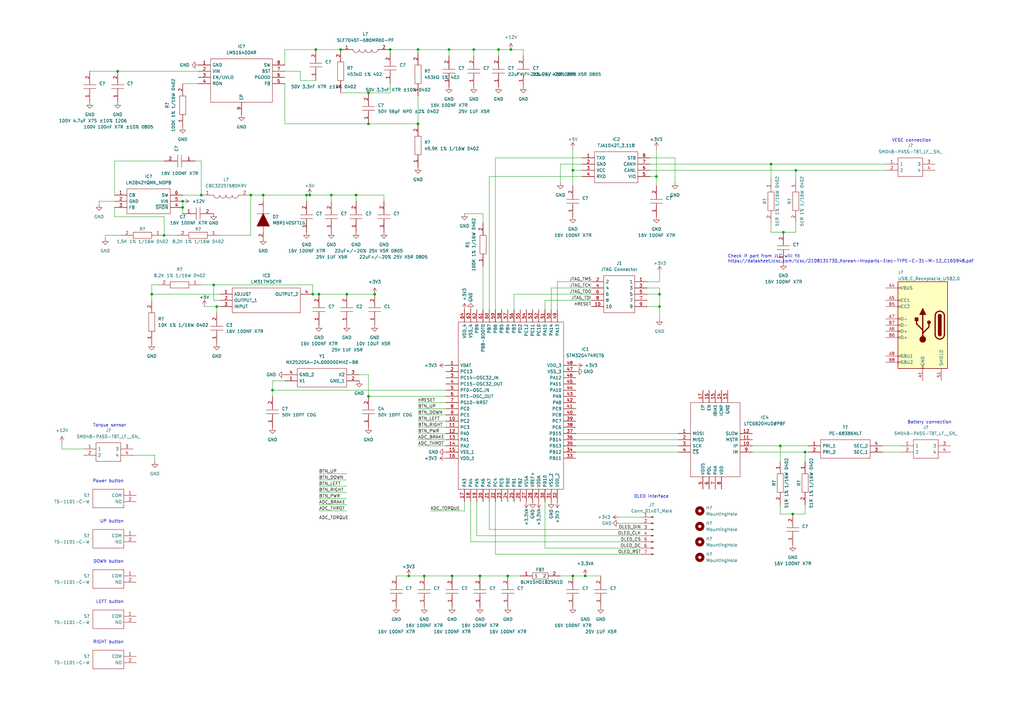
<source format=kicad_sch>
(kicad_sch (version 20211123) (generator eeschema)
  (paper "A3")
  (junction (at 67.31 96.52))
  (junction (at 269.24 72.39))
  (junction (at 130.81 120.65))
  (junction (at 62.23 120.65))
  (junction (at 146.05 80.01))
  (junction (at 135.89 80.01))
  (junction (at 125.73 80.01))
  (junction (at 167.64 236.22))
  (junction (at 270.51 125.73))
  (junction (at 171.45 50.8))
  (junction (at 194.31 20.32))
  (junction (at 74.93 82.55))
  (junction (at 325.12 210.82))
  (junction (at 107.95 80.01))
  (junction (at 196.85 236.22))
  (junction (at 320.04 182.88))
  (junction (at 240.03 236.22))
  (junction (at 151.13 38.1))
  (junction (at 160.02 20.32))
  (junction (at 171.45 20.32))
  (junction (at 153.67 120.65))
  (junction (at 111.76 160.02))
  (junction (at 48.26 29.21))
  (junction (at 209.55 20.32))
  (junction (at 234.95 69.85))
  (junction (at 185.42 236.22))
  (junction (at 184.15 20.32))
  (junction (at 330.2 185.42))
  (junction (at 82.55 80.01))
  (junction (at 127 80.01))
  (junction (at 88.9 125.73))
  (junction (at 316.23 67.31))
  (junction (at 129.54 20.32))
  (junction (at 74.93 85.09))
  (junction (at 87.63 116.84))
  (junction (at 142.24 120.65))
  (junction (at 270.51 120.65))
  (junction (at 139.7 20.32))
  (junction (at 173.99 236.22))
  (junction (at 151.13 162.56))
  (junction (at 321.31 95.25))
  (junction (at 102.87 80.01))
  (junction (at 128.27 120.65))
  (junction (at 326.39 69.85))
  (junction (at 208.28 236.22))
  (junction (at 151.13 50.8))
  (junction (at 234.95 236.22))
  (junction (at 204.47 20.32))
  (wire (pts (xy 276.86 64.77) (xy 276.86 74.93)))
  (wire (pts (xy 74.93 82.55) (xy 74.93 85.09)))
  (wire (pts (xy 40.64 82.55) (xy 40.64 83.82)))
  (wire (pts (xy 369.57 185.42) (xy 361.95 185.42)))
  (wire (pts (xy 171.45 177.8) (xy 182.88 177.8)))
  (wire (pts (xy 320.04 182.88) (xy 320.04 189.23)))
  (wire (pts (xy 151.13 38.1) (xy 160.02 38.1)))
  (wire (pts (xy 193.04 205.74) (xy 193.04 222.25)))
  (wire (pts (xy 223.52 127) (xy 223.52 123.19)))
  (wire (pts (xy 151.13 153.67) (xy 151.13 162.56)))
  (wire (pts (xy 62.23 120.65) (xy 62.23 123.19)))
  (wire (pts (xy 229.87 236.22) (xy 234.95 236.22)))
  (wire (pts (xy 87.63 116.84) (xy 87.63 123.19)))
  (wire (pts (xy 326.39 91.44) (xy 326.39 95.25)))
  (wire (pts (xy 266.7 72.39) (xy 269.24 72.39)))
  (wire (pts (xy 195.58 219.71) (xy 262.89 219.71)))
  (wire (pts (xy 111.76 156.21) (xy 116.84 156.21)))
  (wire (pts (xy 43.18 96.52) (xy 43.18 97.79)))
  (wire (pts (xy 316.23 67.31) (xy 266.7 67.31)))
  (wire (pts (xy 203.2 205.74) (xy 203.2 227.33)))
  (wire (pts (xy 157.48 82.55) (xy 157.48 80.01)))
  (wire (pts (xy 190.5 87.63) (xy 198.12 87.63)))
  (wire (pts (xy 236.22 182.88) (xy 278.13 182.88)))
  (wire (pts (xy 63.5 186.69) (xy 63.5 189.23)))
  (wire (pts (xy 316.23 95.25) (xy 316.23 91.44)))
  (wire (pts (xy 46.99 88.9) (xy 46.99 85.09)))
  (wire (pts (xy 234.95 236.22) (xy 240.03 236.22)))
  (wire (pts (xy 270.51 115.57) (xy 270.51 111.76)))
  (wire (pts (xy 208.28 236.22) (xy 213.36 236.22)))
  (wire (pts (xy 254 214.63) (xy 262.89 214.63)))
  (wire (pts (xy 369.57 182.88) (xy 361.95 182.88)))
  (wire (pts (xy 34.29 184.15) (xy 25.4 184.15)))
  (wire (pts (xy 223.52 205.74) (xy 223.52 224.79)))
  (wire (pts (xy 139.7 20.32) (xy 129.54 20.32)))
  (wire (pts (xy 308.61 185.42) (xy 330.2 185.42)))
  (wire (pts (xy 210.82 120.65) (xy 242.57 120.65)))
  (wire (pts (xy 123.19 33.02) (xy 123.19 29.21)))
  (wire (pts (xy 130.81 204.47) (xy 142.24 204.47)))
  (wire (pts (xy 171.45 165.1) (xy 182.88 165.1)))
  (wire (pts (xy 204.47 20.32) (xy 204.47 22.86)))
  (wire (pts (xy 254 212.09) (xy 262.89 212.09)))
  (wire (pts (xy 130.81 209.55) (xy 142.24 209.55)))
  (wire (pts (xy 270.51 125.73) (xy 270.51 120.65)))
  (wire (pts (xy 64.77 116.84) (xy 62.23 116.84)))
  (wire (pts (xy 198.12 109.22) (xy 198.12 127)))
  (wire (pts (xy 129.54 33.02) (xy 123.19 33.02)))
  (wire (pts (xy 270.51 120.65) (xy 265.43 120.65)))
  (wire (pts (xy 194.31 22.86) (xy 194.31 20.32)))
  (wire (pts (xy 325.12 210.82) (xy 330.2 210.82)))
  (wire (pts (xy 176.53 209.55) (xy 190.5 209.55)))
  (wire (pts (xy 320.04 182.88) (xy 331.47 182.88)))
  (wire (pts (xy 236.22 185.42) (xy 278.13 185.42)))
  (wire (pts (xy 316.23 67.31) (xy 316.23 73.66)))
  (wire (pts (xy 270.51 125.73) (xy 265.43 125.73)))
  (wire (pts (xy 171.45 175.26) (xy 182.88 175.26)))
  (wire (pts (xy 190.5 209.55) (xy 190.5 205.74)))
  (wire (pts (xy 228.6 115.57) (xy 228.6 127)))
  (wire (pts (xy 46.99 80.01) (xy 46.99 66.04)))
  (wire (pts (xy 229.87 67.31) (xy 238.76 67.31)))
  (wire (pts (xy 363.22 67.31) (xy 316.23 67.31)))
  (wire (pts (xy 171.45 167.64) (xy 182.88 167.64)))
  (wire (pts (xy 234.95 60.96) (xy 234.95 69.85)))
  (wire (pts (xy 49.53 96.52) (xy 43.18 96.52)))
  (wire (pts (xy 160.02 20.32) (xy 160.02 21.59)))
  (wire (pts (xy 321.31 95.25) (xy 316.23 95.25)))
  (wire (pts (xy 200.66 72.39) (xy 238.76 72.39)))
  (wire (pts (xy 200.66 217.17) (xy 262.89 217.17)))
  (wire (pts (xy 67.31 96.52) (xy 67.31 88.9)))
  (wire (pts (xy 130.81 199.39) (xy 142.24 199.39)))
  (wire (pts (xy 90.17 96.52) (xy 102.87 96.52)))
  (wire (pts (xy 194.31 20.32) (xy 204.47 20.32)))
  (wire (pts (xy 270.51 130.81) (xy 270.51 125.73)))
  (wire (pts (xy 128.27 116.84) (xy 87.63 116.84)))
  (wire (pts (xy 198.12 91.44) (xy 198.12 87.63)))
  (wire (pts (xy 88.9 125.73) (xy 90.17 125.73)))
  (wire (pts (xy 269.24 60.96) (xy 269.24 72.39)))
  (wire (pts (xy 116.84 34.29) (xy 116.84 50.8)))
  (wire (pts (xy 321.31 95.25) (xy 326.39 95.25)))
  (wire (pts (xy 210.82 127) (xy 210.82 120.65)))
  (wire (pts (xy 123.19 29.21) (xy 116.84 29.21)))
  (wire (pts (xy 82.55 116.84) (xy 87.63 116.84)))
  (wire (pts (xy 130.81 201.93) (xy 142.24 201.93)))
  (wire (pts (xy 363.22 69.85) (xy 326.39 69.85)))
  (wire (pts (xy 200.66 72.39) (xy 200.66 127)))
  (wire (pts (xy 62.23 120.65) (xy 90.17 120.65)))
  (wire (pts (xy 160.02 38.1) (xy 160.02 34.29)))
  (wire (pts (xy 185.42 236.22) (xy 196.85 236.22)))
  (wire (pts (xy 171.45 170.18) (xy 182.88 170.18)))
  (wire (pts (xy 204.47 20.32) (xy 209.55 20.32)))
  (wire (pts (xy 125.73 80.01) (xy 127 80.01)))
  (wire (pts (xy 209.55 20.32) (xy 214.63 20.32)))
  (wire (pts (xy 88.9 125.73) (xy 88.9 128.27)))
  (wire (pts (xy 135.89 80.01) (xy 146.05 80.01)))
  (wire (pts (xy 46.99 66.04) (xy 67.31 66.04)))
  (wire (pts (xy 127 80.01) (xy 135.89 80.01)))
  (wire (pts (xy 171.45 20.32) (xy 184.15 20.32)))
  (wire (pts (xy 130.81 120.65) (xy 142.24 120.65)))
  (wire (pts (xy 72.39 96.52) (xy 67.31 96.52)))
  (wire (pts (xy 90.17 123.19) (xy 87.63 123.19)))
  (wire (pts (xy 130.81 207.01) (xy 142.24 207.01)))
  (wire (pts (xy 74.93 34.29) (xy 81.28 34.29)))
  (wire (pts (xy 157.48 80.01) (xy 146.05 80.01)))
  (wire (pts (xy 269.24 72.39) (xy 269.24 76.2)))
  (wire (pts (xy 128.27 120.65) (xy 130.81 120.65)))
  (wire (pts (xy 236.22 177.8) (xy 278.13 177.8)))
  (wire (pts (xy 102.87 80.01) (xy 107.95 80.01)))
  (wire (pts (xy 234.95 69.85) (xy 238.76 69.85)))
  (wire (pts (xy 330.2 185.42) (xy 330.2 189.23)))
  (wire (pts (xy 234.95 69.85) (xy 234.95 76.2)))
  (wire (pts (xy 265.43 115.57) (xy 270.51 115.57)))
  (wire (pts (xy 184.15 20.32) (xy 194.31 20.32)))
  (wire (pts (xy 74.93 87.63) (xy 74.93 85.09)))
  (wire (pts (xy 139.7 38.1) (xy 151.13 38.1)))
  (wire (pts (xy 236.22 180.34) (xy 278.13 180.34)))
  (wire (pts (xy 111.76 160.02) (xy 111.76 156.21)))
  (wire (pts (xy 46.99 82.55) (xy 40.64 82.55)))
  (wire (pts (xy 171.45 50.8) (xy 171.45 39.37)))
  (wire (pts (xy 102.87 96.52) (xy 102.87 80.01)))
  (wire (pts (xy 325.12 210.82) (xy 320.04 210.82)))
  (wire (pts (xy 125.73 80.01) (xy 125.73 82.55)))
  (wire (pts (xy 330.2 207.01) (xy 330.2 210.82)))
  (wire (pts (xy 223.52 123.19) (xy 242.57 123.19)))
  (wire (pts (xy 67.31 88.9) (xy 46.99 88.9)))
  (wire (pts (xy 111.76 160.02) (xy 111.76 162.56)))
  (wire (pts (xy 171.45 172.72) (xy 182.88 172.72)))
  (wire (pts (xy 193.04 222.25) (xy 262.89 222.25)))
  (wire (pts (xy 330.2 185.42) (xy 331.47 185.42)))
  (wire (pts (xy 308.61 182.88) (xy 320.04 182.88)))
  (wire (pts (xy 203.2 227.33) (xy 262.89 227.33)))
  (wire (pts (xy 326.39 69.85) (xy 326.39 73.66)))
  (wire (pts (xy 151.13 50.8) (xy 171.45 50.8)))
  (wire (pts (xy 82.55 66.04) (xy 80.01 66.04)))
  (wire (pts (xy 48.26 29.21) (xy 81.28 29.21)))
  (wire (pts (xy 62.23 116.84) (xy 62.23 120.65)))
  (wire (pts (xy 130.81 194.31) (xy 142.24 194.31)))
  (wire (pts (xy 173.99 236.22) (xy 185.42 236.22)))
  (wire (pts (xy 203.2 64.77) (xy 238.76 64.77)))
  (wire (pts (xy 116.84 50.8) (xy 151.13 50.8)))
  (wire (pts (xy 36.83 29.21) (xy 48.26 29.21)))
  (wire (pts (xy 171.45 182.88) (xy 182.88 182.88)))
  (wire (pts (xy 128.27 120.65) (xy 128.27 116.84)))
  (wire (pts (xy 116.84 20.32) (xy 116.84 26.67)))
  (wire (pts (xy 171.45 180.34) (xy 182.88 180.34)))
  (wire (pts (xy 182.88 160.02) (xy 111.76 160.02)))
  (wire (pts (xy 171.45 21.59) (xy 171.45 20.32)))
  (wire (pts (xy 54.61 186.69) (xy 63.5 186.69)))
  (wire (pts (xy 74.93 80.01) (xy 82.55 80.01)))
  (wire (pts (xy 226.06 118.11) (xy 226.06 127)))
  (wire (pts (xy 229.87 74.93) (xy 229.87 67.31)))
  (wire (pts (xy 203.2 127) (xy 203.2 64.77)))
  (wire (pts (xy 116.84 20.32) (xy 129.54 20.32)))
  (wire (pts (xy 83.82 125.73) (xy 88.9 125.73)))
  (wire (pts (xy 147.32 153.67) (xy 151.13 153.67)))
  (wire (pts (xy 240.03 236.22) (xy 246.38 236.22)))
  (wire (pts (xy 195.58 205.74) (xy 195.58 219.71)))
  (wire (pts (xy 151.13 162.56) (xy 182.88 162.56)))
  (wire (pts (xy 107.95 80.01) (xy 125.73 80.01)))
  (wire (pts (xy 326.39 69.85) (xy 266.7 69.85)))
  (wire (pts (xy 200.66 205.74) (xy 200.66 217.17)))
  (wire (pts (xy 82.55 80.01) (xy 82.55 66.04)))
  (wire (pts (xy 320.04 210.82) (xy 320.04 207.01)))
  (wire (pts (xy 130.81 196.85) (xy 142.24 196.85)))
  (wire (pts (xy 146.05 82.55) (xy 146.05 80.01)))
  (wire (pts (xy 270.51 120.65) (xy 270.51 118.11)))
  (wire (pts (xy 226.06 118.11) (xy 242.57 118.11)))
  (wire (pts (xy 223.52 224.79) (xy 262.89 224.79)))
  (wire (pts (xy 196.85 236.22) (xy 208.28 236.22)))
  (wire (pts (xy 162.56 236.22) (xy 167.64 236.22)))
  (wire (pts (xy 266.7 64.77) (xy 276.86 64.77)))
  (wire (pts (xy 270.51 118.11) (xy 265.43 118.11)))
  (wire (pts (xy 142.24 120.65) (xy 153.67 120.65)))
  (wire (pts (xy 167.64 236.22) (xy 173.99 236.22)))
  (wire (pts (xy 184.15 20.32) (xy 184.15 22.86)))
  (wire (pts (xy 160.02 20.32) (xy 171.45 20.32)))
  (wire (pts (xy 228.6 115.57) (xy 242.57 115.57)))
  (wire (pts (xy 135.89 82.55) (xy 135.89 80.01)))
  (wire (pts (xy 214.63 22.86) (xy 214.63 20.32)))
  (wire (pts (xy 25.4 184.15) (xy 25.4 181.61)))
  (wire (pts (xy 107.95 80.01) (xy 107.95 82.55)))
  (text "Check if part from JLC will fit \nhttps://datasheet.lcsc.com/lcsc/2108131730_Korean-Hroparts-Elec-TYPE-C-31-M-12_C165948.pdf" (at 298.45 107.95 0) (effects (font (size 1.27 1.27)) (justify left bottom)))
  (text "OLED interface" (at 274.32 204.47 180) (effects (font (size 1.27 1.27)) (justify right bottom)))
  (text "Power button" (at 50.8 198.12 180) (effects (font (size 1.27 1.27)) (justify right bottom)))
  (text "LEFT button" (at 50.8 247.65 180) (effects (font (size 1.27 1.27)) (justify right bottom)))
  (text "VESC connection" (at 365.76 58.42 0) (effects (font (size 1.27 1.27)) (justify left bottom)))
  (text "DOWN button" (at 50.8 231.14 180) (effects (font (size 1.27 1.27)) (justify right bottom)))
  (text "UP button" (at 50.8 214.63 180) (effects (font (size 1.27 1.27)) (justify right bottom)))
  (text "Torque sensor" (at 38.1 175.26 0) (effects (font (size 1.27 1.27)) (justify left bottom)))
  (text "RIGHT button" (at 50.8 264.16 180) (effects (font (size 1.27 1.27)) (justify right bottom)))
  (text "Battery connection" (at 372.11 173.99 0) (effects (font (size 1.27 1.27)) (justify left bottom)))
  (label "BTN_DOWN" (at 171.45 170.18 0))
  (label "JTAG_TCK" (at 242.57 118.11 180))
  (label "nRESET" (at 242.57 125.73 180))
  (label "BTN_RIGHT" (at 171.45 175.26 0))
  (label "ADC_TORQUE" (at 130.81 213.36 0))
  (label "JTAG_TDI" (at 242.57 123.19 180))
  (label "ADC_TORQUE" (at 176.53 209.55 0))
  (label "ADC_BRAKE" (at 171.45 180.34 0))
  (label "nRESET" (at 171.45 165.1 0))
  (label "BTN_PWR" (at 130.81 204.47 0))
  (label "OLED_DIN" (at 262.89 217.17 180))
  (label "BTN_PWR" (at 171.45 177.8 0))
  (label "BTN_DOWN" (at 130.81 196.85 0))
  (label "OLED_RST" (at 262.89 227.33 180))
  (label "BTN_UP" (at 171.45 167.64 0))
  (label "ADC_THROT" (at 171.45 182.88 0))
  (label "BTN_LEFT" (at 130.81 199.39 0))
  (label "JTAG_TMS" (at 242.57 115.57 180))
  (label "OLED_CLK" (at 262.89 219.71 180))
  (label "ADC_BRAKE" (at 130.81 207.01 0))
  (label "JTAG_TDO" (at 242.57 120.65 180))
  (label "BTN_LEFT" (at 171.45 172.72 0))
  (label "OLED_DC" (at 262.89 224.79 180))
  (label "ADC_THROT" (at 130.81 209.55 0))
  (label "BTN_RIGHT" (at 130.81 201.93 0))
  (label "BTN_UP" (at 130.81 194.31 0))
  (label "OLED_CS" (at 262.89 222.25 180))
  (symbol (lib_id "power:GND") (at 43.18 97.79 0) (unit 1)
    (property "Reference" "#PWR?" (effects hide))
    (property "Value" "GND" (at 43.18 102.87 0))
  )
  (symbol (lib_id "SamacSys_Parts:TS-1101-C-W") (at 55.88 269.24 0) (mirror y) (unit 1)
    (property "Reference" "S?" (at 36.83 269.2399 0) (effects (justify left)))
    (property "Value" "TS-1101-C-W" (at 36.83 271.7799 0) (effects (justify left)))
    (property "Footprint" "TS1101CW" (effects hide))
    (property "Datasheet" "http://www.helloxkb.com/public/images/pdf/TS-1101-C-W-.pdf" (effects hide))
    (property "Description" "Tactile Switches SPST 6.00mm x 3.60mm 0.60mm 50mA @ 12VDC SMD RoHS" (effects hide))
    (property "Height" "2.6" (effects hide))
    (property "Manufacturer_Name" "XKB Connectivity" (effects hide))
    (property "Manufacturer_Part_Number" "TS-1101-C-W" (effects hide))
  )
  (symbol (lib_id "power:GND") (at 116.84 153.67 270) (unit 1)
    (property "Reference" "#PWR?" (effects hide))
    (property "Value" "GND" (at 109.22 153.67 90) (effects (justify left)))
  )
  (symbol (lib_id "power:GND") (at 87.63 87.63 0) (unit 1)
    (property "Reference" "#PWR?" (effects hide))
    (property "Value" "GND" (at 87.63 91.44 0))
  )
  (symbol (lib_id "power:GND") (at 62.23 140.97 0) (unit 1)
    (property "Reference" "#PWR?" (effects hide))
    (property "Value" "GND" (at 62.23 146.05 0))
  )
  (symbol (lib_id "power:GND") (at 204.47 35.56 0) (unit 1)
    (property "Reference" "#PWR?" (effects hide))
    (property "Value" "GND" (at 204.47 40.64 0))
  )
  (symbol (lib_id "SamacSys_Parts:CL05B104KO5NNNC") (at 130.81 133.35 90) (unit 1)
    (property "Reference" "C?" (at 134.62 125.7299 90) (effects (justify right)))
    (property "Value" "16V 100NF X7R" (at 123.19 140.97 90) (effects (justify right)))
    (property "Footprint" "CAPC1005X55N" (effects hide))
    (property "Datasheet" "https://datasheet.datasheetarchive.com/originals/distributors/Datasheets-DGA10/2408147.pdf" (effects hide))
    (property "Description" "Samsung Electro-Mechanics CL05B104KO5NNNC 100nF Multilayer Ceramic Capacitor MLCC 16V dc +/-10% Tolerance SMD" (effects hide))
    (property "Height" "0.55" (effects hide))
    (property "Manufacturer_Name" "Samsung Electro-Mechanics" (effects hide))
    (property "Manufacturer_Part_Number" "CL05B104KO5NNNC" (effects hide))
    (property "Mouser Part Number" "187-CL05B104KO5NNNC" (effects hide))
    (property "Mouser Price/Stock" "https://www.mouser.co.uk/ProductDetail/Samsung-Electro-Mechanics/CL05B104KO5NNNC?qs=hqM3L16%252BxlfT2SKOuAUq6Q%3D%3D" (effects hide))
    (property "Arrow Part Number" "CL05B104KO5NNNC" (effects hide))
    (property "Arrow Price/Stock" "https://www.arrow.com/en/products/cl05b104ko5nnnc/samsung-electro-mechanics?region=europe" (effects hide))
  )
  (symbol (lib_id "SamacSys_Parts:CBC3225T680KRV") (at 82.55 80.01 0) (unit 1)
    (property "Reference" "L?" (at 92.71 73.66 0))
    (property "Value" "CBC3225T680KRV" (at 92.71 76.2 0))
    (property "Footprint" "INDC3225X270N" (effects hide))
    (property "Datasheet" "https://www.mouser.com/datasheet/2/396/taiyo_yuden_01082019_CB-V_-1536735.pdf" (effects hide))
    (property "Description" "Fixed Inductors 1210 68uH 10% 0.26A 1.3ohms" (effects hide))
    (property "Height" "2.7" (effects hide))
    (property "Manufacturer_Name" "TAIYO YUDEN" (effects hide))
    (property "Manufacturer_Part_Number" "CBC3225T680KRV" (effects hide))
    (property "Mouser Part Number" "963-CBC3225T680KRV" (effects hide))
    (property "Mouser Price/Stock" "https://www.mouser.co.uk/ProductDetail/Taiyo-Yuden/CBC3225T680KRV?qs=9r4v7xj2LnlGTCoT%252B4Sy5Q%3D%3D" (effects hide))
  )
  (symbol (lib_id "SamacSys_Parts:CL05B104KO5NNNC") (at 234.95 88.9 90) (unit 1)
    (property "Reference" "C?" (at 238.76 81.2799 90) (effects (justify right)))
    (property "Value" "16V 100NF X7R" (at 227.33 96.52 90) (effects (justify right)))
    (property "Footprint" "CAPC1005X55N" (effects hide))
    (property "Datasheet" "https://datasheet.datasheetarchive.com/originals/distributors/Datasheets-DGA10/2408147.pdf" (effects hide))
    (property "Description" "Samsung Electro-Mechanics CL05B104KO5NNNC 100nF Multilayer Ceramic Capacitor MLCC 16V dc +/-10% Tolerance SMD" (effects hide))
    (property "Height" "0.55" (effects hide))
    (property "Manufacturer_Name" "Samsung Electro-Mechanics" (effects hide))
    (property "Manufacturer_Part_Number" "CL05B104KO5NNNC" (effects hide))
    (property "Mouser Part Number" "187-CL05B104KO5NNNC" (effects hide))
    (property "Mouser Price/Stock" "https://www.mouser.co.uk/ProductDetail/Samsung-Electro-Mechanics/CL05B104KO5NNNC?qs=hqM3L16%252BxlfT2SKOuAUq6Q%3D%3D" (effects hide))
    (property "Arrow Part Number" "CL05B104KO5NNNC" (effects hide))
    (property "Arrow Price/Stock" "https://www.arrow.com/en/products/cl05b104ko5nnnc/samsung-electro-mechanics?region=europe" (effects hide))
  )
  (symbol (lib_id "SamacSys_Parts:TS-1101-C-W") (at 55.88 236.22 0) (mirror y) (unit 1)
    (property "Reference" "S?" (at 36.83 236.2199 0) (effects (justify left)))
    (property "Value" "TS-1101-C-W" (at 36.83 238.7599 0) (effects (justify left)))
    (property "Footprint" "TS1101CW" (effects hide))
    (property "Datasheet" "http://www.helloxkb.com/public/images/pdf/TS-1101-C-W-.pdf" (effects hide))
    (property "Description" "Tactile Switches SPST 6.00mm x 3.60mm 0.60mm 50mA @ 12VDC SMD RoHS" (effects hide))
    (property "Height" "2.6" (effects hide))
    (property "Manufacturer_Name" "XKB Connectivity" (effects hide))
    (property "Manufacturer_Part_Number" "TS-1101-C-W" (effects hide))
  )
  (symbol (lib_id "power:GND") (at 125.73 95.25 0) (unit 1)
    (property "Reference" "#PWR?" (effects hide))
    (property "Value" "GND" (at 125.73 100.33 0))
  )
  (symbol (lib_id "power:GND") (at 173.99 248.92 0) (unit 1)
    (property "Reference" "#PWR?" (effects hide))
    (property "Value" "GND" (at 173.99 254 0))
  )
  (symbol (lib_id "power:GND") (at 325.12 223.52 0) (unit 1)
    (property "Reference" "#PWR?" (effects hide))
    (property "Value" "GND" (at 325.12 228.6 0))
  )
  (symbol (lib_id "SamacSys_Parts:RC0402FR-07453KL") (at 171.45 39.37 90) (unit 1)
    (property "Reference" "R?" (at 173.99 29.2099 90) (effects (justify right)))
    (property "Value" "453kΩ 1% 402" (at 173.99 31.7499 90) (effects (justify right)))
    (property "Footprint" "RESC1005X40N" (effects hide))
    (property "Datasheet" "https://datasheet.datasheetarchive.com/originals/distributors/Datasheets_SAMA/902f9e387b938f871d31120f5fc1d65e.pdf" (effects hide))
    (property "Description" "YAGEO (PHYCOMP) RC0402F" (effects hide))
    (property "Height" "0.4" (effects hide))
    (property "Manufacturer_Name" "KEMET" (effects hide))
    (property "Manufacturer_Part_Number" "RC0402FR-07453KL" (effects hide))
  )
  (symbol (lib_id "power:GND") (at 171.45 68.58 0) (unit 1)
    (property "Reference" "#PWR?" (effects hide))
    (property "Value" "GND" (at 171.45 73.66 0))
  )
  (symbol (lib_id "power:GND") (at 48.26 41.91 0) (unit 1)
    (property "Reference" "#PWR?" (effects hide))
    (property "Value" "GND" (at 48.26 46.99 0))
  )
  (symbol (lib_id "SamacSys_Parts:SM04B-PASS-TBT_LF__SN_") (at 34.29 184.15 0) (unit 1)
    (property "Reference" "J?" (at 44.45 176.53 0))
    (property "Value" "SM04B-PASS-TBT_LF__SN_" (at 44.45 179.07 0))
    (property "Footprint" "SM04B-PASS-TBT" (effects hide))
    (property "Datasheet" "http://www.jst-mfg.com/product/pdf/eng/ePA-F.pdf" (effects hide))
    (property "Description" "JST (JAPAN SOLDERLESS TERMINALS) - SM04B-PASS-TBT(LF)(SN) - CONNECTOR, HEADER, 4POS, 1ROW, 2MM" (effects hide))
    (property "Manufacturer_Name" "JST (JAPAN SOLDERLESS TERMINALS)" (effects hide))
    (property "Manufacturer_Part_Number" "SM04B-PASS-TBT(LF)(SN)" (effects hide))
  )
  (symbol (lib_id "power:GND") (at 193.04 127 180) (unit 1)
    (property "Reference" "#PWR?" (effects hide))
    (property "Value" "GND" (at 193.04 121.92 90))
  )
  (symbol (lib_id "power:GND") (at 236.22 152.4 90) (unit 1)
    (property "Reference" "#PWR?" (effects hide))
    (property "Value" "GND" (at 241.3 152.4 90))
  )
  (symbol (lib_id "SamacSys_Parts:GRM31CC72A475KE11L") (at 36.83 41.91 90) (unit 1)
    (property "Reference" "C?" (at 40.64 34.2899 90) (effects (justify right)))
    (property "Value" "100V 4.7uF X7S ±10% 1206" (at 24.13 49.53 90) (effects (justify right)))
    (property "Footprint" "CAPC3216X180N" (effects hide))
    (property "Datasheet" "https://datasheet.datasheetarchive.com/originals/distributors/Datasheets_SAMA/baa88b33ce5ff41ba461668da9cb58d3.pdf" (effects hide))
    (property "Description" "Chip Capacitor value 475" (effects hide))
    (property "Height" "1.8" (effects hide))
    (property "Manufacturer_Name" "Murata Electronics" (effects hide))
    (property "Manufacturer_Part_Number" "GRM31CC72A475KE11L" (effects hide))
    (property "Mouser Part Number" "81-GRM31CC72A475KE1L" (effects hide))
    (property "Mouser Price/Stock" "https://www.mouser.co.uk/ProductDetail/Murata-Electronics/GRM31CC72A475KE11L?qs=bZr6mbWTK5kvnAFL29Xf9w%3D%3D" (effects hide))
    (property "Arrow Part Number" "GRM31CC72A475KE11L" (effects hide))
    (property "Arrow Price/Stock" "https://www.arrow.com/en/products/grm31cc72a475ke11l/murata-manufacturing?region=europe" (effects hide))
  )
  (symbol (lib_id "power:GND") (at 185.42 248.92 0) (unit 1)
    (property "Reference" "#PWR?" (effects hide))
    (property "Value" "GND" (at 185.42 254 0))
  )
  (symbol (lib_id "SamacSys_Parts:CL05C100JB5NNNC") (at 111.76 175.26 90) (unit 1)
    (property "Reference" "C?" (at 115.57 167.6399 90) (effects (justify right)))
    (property "Value" "50V 10PF C0G" (at 115.57 170.1799 90) (effects (justify right)))
    (property "Footprint" "CAPC1005X55N" (effects hide))
    (property "Datasheet" "http://www.samsungsem.com/global/support/product-search/mlcc/1204759_4880.html" (effects hide))
    (property "Description" "SAMSUNG ELECTRO-MECHANICS - CL05C100JB5NNNC - CAP, 10PF, 50V, MLCC, 0402" (effects hide))
    (property "Height" "0.55" (effects hide))
    (property "Manufacturer_Name" "Samsung Electro-Mechanics" (effects hide))
    (property "Manufacturer_Part_Number" "CL05C100JB5NNNC" (effects hide))
    (property "Arrow Part Number" "CL05C100JB5NNNC" (effects hide))
    (property "Arrow Price/Stock" "https://www.arrow.com/en/products/cl05c100jb5nnnc/samsung-electro-mechanics" (effects hide))
  )
  (symbol (lib_id "power:GND") (at 190.5 87.63 0) (unit 1)
    (property "Reference" "#PWR0101" (effects hide))
    (property "Value" "GND" (at 190.5 92.71 0))
  )
  (symbol (lib_id "SamacSys_Parts:CL05B104KO5NNNC") (at 125.73 95.25 90) (unit 1)
    (property "Reference" "C?" (at 129.54 87.6299 90) (effects (justify right)))
    (property "Value" "16V 100NF X7R" (at 118.11 102.87 90) (effects (justify right)))
    (property "Footprint" "CAPC1005X55N" (effects hide))
    (property "Datasheet" "https://datasheet.datasheetarchive.com/originals/distributors/Datasheets-DGA10/2408147.pdf" (effects hide))
    (property "Description" "Samsung Electro-Mechanics CL05B104KO5NNNC 100nF Multilayer Ceramic Capacitor MLCC 16V dc +/-10% Tolerance SMD" (effects hide))
    (property "Height" "0.55" (effects hide))
    (property "Manufacturer_Name" "Samsung Electro-Mechanics" (effects hide))
    (property "Manufacturer_Part_Number" "CL05B104KO5NNNC" (effects hide))
    (property "Mouser Part Number" "187-CL05B104KO5NNNC" (effects hide))
    (property "Mouser Price/Stock" "https://www.mouser.co.uk/ProductDetail/Samsung-Electro-Mechanics/CL05B104KO5NNNC?qs=hqM3L16%252BxlfT2SKOuAUq6Q%3D%3D" (effects hide))
    (property "Arrow Part Number" "CL05B104KO5NNNC" (effects hide))
    (property "Arrow Price/Stock" "https://www.arrow.com/en/products/cl05b104ko5nnnc/samsung-electro-mechanics?region=europe" (effects hide))
  )
  (symbol (lib_id "SamacSys_Parts:CL05B104KO5NNNC") (at 80.01 66.04 180) (unit 1)
    (property "Reference" "C?" (at 72.3899 62.23 90) (effects (justify right)))
    (property "Value" "16V 100NF X7R" (at 66.04 71.12 0) (effects (justify right)))
    (property "Footprint" "CAPC1005X55N" (effects hide))
    (property "Datasheet" "https://datasheet.datasheetarchive.com/originals/distributors/Datasheets-DGA10/2408147.pdf" (effects hide))
    (property "Description" "Samsung Electro-Mechanics CL05B104KO5NNNC 100nF Multilayer Ceramic Capacitor MLCC 16V dc +/-10% Tolerance SMD" (effects hide))
    (property "Height" "0.55" (effects hide))
    (property "Manufacturer_Name" "Samsung Electro-Mechanics" (effects hide))
    (property "Manufacturer_Part_Number" "CL05B104KO5NNNC" (effects hide))
    (property "Mouser Part Number" "187-CL05B104KO5NNNC" (effects hide))
    (property "Mouser Price/Stock" "https://www.mouser.co.uk/ProductDetail/Samsung-Electro-Mechanics/CL05B104KO5NNNC?qs=hqM3L16%252BxlfT2SKOuAUq6Q%3D%3D" (effects hide))
    (property "Arrow Part Number" "CL05B104KO5NNNC" (effects hide))
    (property "Arrow Price/Stock" "https://www.arrow.com/en/products/cl05b104ko5nnnc/samsung-electro-mechanics?region=europe" (effects hide))
  )
  (symbol (lib_id "SamacSys_Parts:FTSH-105-01-F-DV-K-P-TR") (at 265.43 115.57 0) (mirror y) (unit 1)
    (property "Reference" "J1" (at 254 107.95 0))
    (property "Value" "JTAG Connector" (at 254 110.49 0))
    (property "Footprint" "FTSH-105-XX-YYY-DV-K-P-TR" (effects hide))
    (property "Datasheet" "http://suddendocs.samtec.com/prints/ftsh-1xx-xx-xxx-dv-xxx-xxx-mkt.pdf" (effects hide))
    (property "Description" "10 Position, High Reliability Header Strips, 0.050&quot; pitch" (effects hide))
    (property "Manufacturer_Name" "SAMTEC" (effects hide))
    (property "Manufacturer_Part_Number" "FTSH-105-01-F-DV-K-P-TR" (effects hide))
    (property "Mouser Part Number" "200-FTSH10501FDVKPTR" (effects hide))
    (property "Mouser Price/Stock" "https://www.mouser.co.uk/ProductDetail/Samtec/FTSH-105-01-F-DV-K-P-TR?qs=hzq9O0YpnZtIzUJLy10vxQ%3D%3D" (effects hide))
    (property "Arrow Part Number" "FTSH-105-01-F-DV-K-P-TR" (effects hide))
    (property "Arrow Price/Stock" "https://www.arrow.com/en/products/ftsh-105-01-f-dv-k-p-tr/samtec?region=nac" (effects hide))
  )
  (symbol (lib_id "power:GND") (at 218.44 205.74 0) (unit 1)
    (property "Reference" "#PWR?" (effects hide))
    (property "Value" "GND" (at 218.44 210.82 90))
  )
  (symbol (lib_id "power:GND") (at 226.06 205.74 0) (unit 1)
    (property "Reference" "#PWR?" (effects hide))
    (property "Value" "GND" (at 226.06 210.82 90))
  )
  (symbol (lib_id "Mechanical:MountingHole") (at 287.02 209.55 0) (unit 1)
    (property "Reference" "H?" (at 289.56 208.2799 0) (effects (justify left)))
    (property "Value" "MountingHole" (at 289.56 210.8199 0) (effects (justify left)))
    (property "Footprint" "MountingHole:MountingHole_2.2mm_M2" (effects hide))
  )
  (symbol (lib_id "SamacSys_Parts:CL05B104KO5NNNC") (at 184.15 35.56 90) (unit 1)
    (property "Reference" "C?" (at 187.96 27.9399 90) (effects (justify right)))
    (property "Value" "16V 100NF X7R" (at 176.53 43.18 90) (effects (justify right)))
    (property "Footprint" "CAPC1005X55N" (effects hide))
    (property "Datasheet" "https://datasheet.datasheetarchive.com/originals/distributors/Datasheets-DGA10/2408147.pdf" (effects hide))
    (property "Description" "Samsung Electro-Mechanics CL05B104KO5NNNC 100nF Multilayer Ceramic Capacitor MLCC 16V dc +/-10% Tolerance SMD" (effects hide))
    (property "Height" "0.55" (effects hide))
    (property "Manufacturer_Name" "Samsung Electro-Mechanics" (effects hide))
    (property "Manufacturer_Part_Number" "CL05B104KO5NNNC" (effects hide))
    (property "Mouser Part Number" "187-CL05B104KO5NNNC" (effects hide))
    (property "Mouser Price/Stock" "https://www.mouser.co.uk/ProductDetail/Samsung-Electro-Mechanics/CL05B104KO5NNNC?qs=hqM3L16%252BxlfT2SKOuAUq6Q%3D%3D" (effects hide))
    (property "Arrow Part Number" "CL05B104KO5NNNC" (effects hide))
    (property "Arrow Price/Stock" "https://www.arrow.com/en/products/cl05b104ko5nnnc/samsung-electro-mechanics?region=europe" (effects hide))
  )
  (symbol (lib_id "power:+3.3V") (at 182.88 187.96 90) (unit 1)
    (property "Reference" "#PWR?" (effects hide))
    (property "Value" "+3.3V" (at 173.99 187.96 90) (effects (justify right)))
  )
  (symbol (lib_id "power:GND") (at 196.85 248.92 0) (unit 1)
    (property "Reference" "#PWR?" (effects hide))
    (property "Value" "GND" (at 196.85 254 0))
  )
  (symbol (lib_id "Mechanical:MountingHole") (at 287.02 215.9 0) (unit 1)
    (property "Reference" "H?" (at 289.56 214.6299 0) (effects (justify left)))
    (property "Value" "MountingHole" (at 289.56 217.1699 0) (effects (justify left)))
    (property "Footprint" "MountingHole:MountingHole_2.2mm_M2" (effects hide))
  )
  (symbol (lib_id "SamacSys_Parts:0402WGF1002TCE") (at 62.23 140.97 90) (unit 1)
    (property "Reference" "R?" (at 64.77 130.8099 90) (effects (justify right)))
    (property "Value" "10K 1% 1/16W 0402" (at 64.77 133.3499 90) (effects (justify right)))
    (property "Footprint" "RESC1005X40N" (effects hide))
    (property "Datasheet" "https://datasheet.lcsc.com/szlcsc/Uniroyal-Elec-0402WGF1002TCE_C25744.pdf" (effects hide))
    (property "Description" "Chip Resistor - Surface Mount 10KOhms +/-1% 1/16W 0402 RoHS" (effects hide))
    (property "Height" "0.4" (effects hide))
    (property "Manufacturer_Name" "UNI-ROYAL(Uniroyal Elec)" (effects hide))
    (property "Manufacturer_Part_Number" "0402WGF1002TCE" (effects hide))
  )
  (symbol (lib_id "SamacSys_Parts:TS-1101-C-W") (at 55.88 219.71 0) (mirror y) (unit 1)
    (property "Reference" "S?" (at 36.83 219.7099 0) (effects (justify left)))
    (property "Value" "TS-1101-C-W" (at 36.83 222.2499 0) (effects (justify left)))
    (property "Footprint" "TS1101CW" (effects hide))
    (property "Datasheet" "http://www.helloxkb.com/public/images/pdf/TS-1101-C-W-.pdf" (effects hide))
    (property "Description" "Tactile Switches SPST 6.00mm x 3.60mm 0.60mm 50mA @ 12VDC SMD RoHS" (effects hide))
    (property "Height" "2.6" (effects hide))
    (property "Manufacturer_Name" "XKB Connectivity" (effects hide))
    (property "Manufacturer_Part_Number" "TS-1101-C-W" (effects hide))
  )
  (symbol (lib_id "SamacSys_Parts:0402WGF8201TCE") (at 316.23 73.66 270) (unit 1)
    (property "Reference" "R?" (at 313.69 82.55 0))
    (property "Value" "51R 1% 1/16W 0402" (at 318.77 82.55 0))
    (property "Footprint" "RESC1005X40N" (effects hide))
    (property "Description" "Chip Resistor - Surface Mount 1.5KOhms  /-1% 1/16W 0402 RoHS" (effects hide))
    (property "Height" "0.4" (effects hide))
    (property "Manufacturer_Name" "UNI-ROYAL(Uniroyal Elec)" (effects hide))
    (property "Manufacturer_Part_Number" "0402WGF510JTCE" (effects hide))
  )
  (symbol (lib_id "power:GND") (at 99.06 46.99 0) (unit 1)
    (property "Reference" "#PWR?" (effects hide))
    (property "Value" "GND" (at 99.06 52.07 0))
  )
  (symbol (lib_id "power:GND") (at 234.95 88.9 0) (unit 1)
    (property "Reference" "#PWR?" (effects hide))
    (property "Value" "GND" (at 234.95 93.98 0))
  )
  (symbol (lib_id "power:+5V") (at 127 80.01 0) (unit 1)
    (property "Reference" "#PWR?" (effects hide))
    (property "Value" "+5V" (at 127 76.2 0))
  )
  (symbol (lib_id "SamacSys_Parts:CL05B104KO5NNNC") (at 74.93 87.63 0) (unit 1)
    (property "Reference" "C?" (at 76.2 88.9 0) (effects (justify right)))
    (property "Value" "16V 100NF X7R" (at 85.09 91.44 0) (effects (justify right)))
    (property "Footprint" "CAPC1005X55N" (effects hide))
    (property "Datasheet" "https://datasheet.datasheetarchive.com/originals/distributors/Datasheets-DGA10/2408147.pdf" (effects hide))
    (property "Description" "Samsung Electro-Mechanics CL05B104KO5NNNC 100nF Multilayer Ceramic Capacitor MLCC 16V dc +/-10% Tolerance SMD" (effects hide))
    (property "Height" "0.55" (effects hide))
    (property "Manufacturer_Name" "Samsung Electro-Mechanics" (effects hide))
    (property "Manufacturer_Part_Number" "CL05B104KO5NNNC" (effects hide))
    (property "Mouser Part Number" "187-CL05B104KO5NNNC" (effects hide))
    (property "Mouser Price/Stock" "https://www.mouser.co.uk/ProductDetail/Samsung-Electro-Mechanics/CL05B104KO5NNNC?qs=hqM3L16%252BxlfT2SKOuAUq6Q%3D%3D" (effects hide))
    (property "Arrow Part Number" "CL05B104KO5NNNC" (effects hide))
    (property "Arrow Price/Stock" "https://www.arrow.com/en/products/cl05b104ko5nnnc/samsung-electro-mechanics?region=europe" (effects hide))
  )
  (symbol (lib_id "SamacSys_Parts:TS-1101-C-W") (at 55.88 252.73 0) (mirror y) (unit 1)
    (property "Reference" "S?" (at 36.83 252.7299 0) (effects (justify left)))
    (property "Value" "TS-1101-C-W" (at 36.83 255.2699 0) (effects (justify left)))
    (property "Footprint" "TS1101CW" (effects hide))
    (property "Datasheet" "http://www.helloxkb.com/public/images/pdf/TS-1101-C-W-.pdf" (effects hide))
    (property "Description" "Tactile Switches SPST 6.00mm x 3.60mm 0.60mm 50mA @ 12VDC SMD RoHS" (effects hide))
    (property "Height" "2.6" (effects hide))
    (property "Manufacturer_Name" "XKB Connectivity" (effects hide))
    (property "Manufacturer_Part_Number" "TS-1101-C-W" (effects hide))
  )
  (symbol (lib_id "power:+3.3V") (at 190.5 127 0) (unit 1)
    (property "Reference" "#PWR?" (effects hide))
    (property "Value" "+3.3V" (at 190.5 118.11 90) (effects (justify right)))
  )
  (symbol (lib_id "power:GND") (at 269.24 88.9 0) (unit 1)
    (property "Reference" "#PWR?" (effects hide))
    (property "Value" "GND" (at 269.24 93.98 0))
  )
  (symbol (lib_id "power:+12V") (at 209.55 20.32 0) (unit 1)
    (property "Reference" "#PWR?" (effects hide))
    (property "Value" "+12V" (at 209.55 15.24 0))
  )
  (symbol (lib_id "power:GND") (at 107.95 97.79 0) (unit 1)
    (property "Reference" "#PWR?" (effects hide))
    (property "Value" "GND" (at 107.95 102.87 0))
  )
  (symbol (lib_id "power:GND") (at 321.31 107.95 0) (unit 1)
    (property "Reference" "#PWR?" (effects hide))
    (property "Value" "GND" (at 321.31 113.03 0))
  )
  (symbol (lib_id "SamacSys_Parts:SLF7045T-680MR60-PF") (at 139.7 20.32 0) (unit 1)
    (property "Reference" "L?" (at 149.86 13.97 0))
    (property "Value" "SLF7045T-680MR60-PF" (at 149.86 16.51 0))
    (property "Footprint" "SLF7032/7045" (effects hide))
    (property "Datasheet" "https://product.tdk.com/system/files/dam/doc/product/inductor/inductor/smd/catalog/inductor_commercial_power_slf7045_en.pdf" (effects hide))
    (property "Description" "TDK SLF7045 Series Wire-wound SMD Inductor 68 uH +/-20% 770mA Idc" (effects hide))
    (property "Manufacturer_Name" "TDK" (effects hide))
    (property "Manufacturer_Part_Number" "SLF7045T-680MR60-PF" (effects hide))
    (property "Mouser Part Number" "810-SLF7045T-680M" (effects hide))
    (property "Mouser Price/Stock" "https://www.mouser.co.uk/ProductDetail/TDK/SLF7045T-680MR60-PF?qs=G1TAZZK1RgKBcO1A0DzghA%3D%3D" (effects hide))
    (property "Arrow Part Number" "SLF7045T-680MR60-PF" (effects hide))
    (property "Arrow Price/Stock" "https://www.arrow.com/en/products/slf7045t-680mr60-pf/tdk?region=nac" (effects hide))
  )
  (symbol (lib_id "power:GND") (at 111.76 175.26 0) (unit 1)
    (property "Reference" "#PWR?" (effects hide))
    (property "Value" "GND" (at 111.76 180.34 0))
  )
  (symbol (lib_id "power:GND") (at 229.87 74.93 0) (unit 1)
    (property "Reference" "#PWR?" (effects hide))
    (property "Value" "GND" (at 229.87 80.01 0))
  )
  (symbol (lib_id "power:+3.3V") (at 270.51 111.76 0) (mirror y) (unit 1)
    (property "Reference" "#PWR?" (effects hide))
    (property "Value" "+3.3V" (at 267.97 107.95 0) (effects (justify right)))
  )
  (symbol (lib_id "power:GND") (at 36.83 41.91 0) (unit 1)
    (property "Reference" "#PWR?" (effects hide))
    (property "Value" "GND" (at 36.83 46.99 0))
  )
  (symbol (lib_id "power:+3.3V") (at 236.22 149.86 270) (unit 1)
    (property "Reference" "#PWR?" (effects hide))
    (property "Value" "+3.3V" (at 245.11 149.86 90) (effects (justify right)))
  )
  (symbol (lib_id "SamacSys_Parts:CL21B104KCFNNNE") (at 48.26 41.91 90) (unit 1)
    (property "Reference" "C?" (at 52.07 34.2899 90) (effects (justify right)))
    (property "Value" "100V 100nF X7R ±10% 0805" (at 34.29 52.07 90) (effects (justify right)))
    (property "Footprint" "CAPC2012X135N" (effects hide))
    (property "Datasheet" "https://datasheet.datasheetarchive.com/originals/distributors/DKDS-19/374389.pdf" (effects hide))
    (property "Description" "SAMSUNG ELECTRO-MECHANICS - CL21B104KCFNNNE - CAP, 0.1UF, 100V, MLCC, 0805" (effects hide))
    (property "Height" "1.35" (effects hide))
    (property "Manufacturer_Name" "Samsung Electro-Mechanics" (effects hide))
    (property "Manufacturer_Part_Number" "CL21B104KCFNNNE" (effects hide))
    (property "Mouser Part Number" "187-CL21B104KCFNNNE" (effects hide))
    (property "Mouser Price/Stock" "https://www.mouser.co.uk/ProductDetail/Samsung-Electro-Mechanics/CL21B104KCFNNNE?qs=lptGheUA4EwiEGVRX9oguw%3D%3D" (effects hide))
    (property "Arrow Part Number" "CL21B104KCFNNNE" (effects hide))
    (property "Arrow Price/Stock" "https://www.arrow.com/en/products/cl21b104kcfnnne/samsung-electro-mechanics" (effects hide))
  )
  (symbol (lib_id "power:GND") (at 147.32 156.21 0) (unit 1)
    (property "Reference" "#PWR?" (effects hide))
    (property "Value" "GND" (at 147.32 161.29 0))
  )
  (symbol (lib_id "SamacSys_Parts:NX2520SA-24.000000MHZ-B8") (at 116.84 153.67 0) (unit 1)
    (property "Reference" "Y1" (at 132.08 146.05 0))
    (property "Value" "NX2520SA-24.000000MHZ-B8" (at 132.08 148.59 0))
    (property "Footprint" "NX2520SA24000000MHZB8" (effects hide))
    (property "Datasheet" "http://media.digikey.com/pdf/Data Sheets/NDK PDFs/NX2520SA-24.000000MHz-B8.pdf" (effects hide))
    (property "Description" "Crystals CRYSTAL 24MHZ 10PF SMD" (effects hide))
    (property "Height" "0.65" (effects hide))
    (property "Manufacturer_Name" "NDK" (effects hide))
    (property "Manufacturer_Part_Number" "NX2520SA-24.000000MHZ-B8" (effects hide))
    (property "Mouser Part Number" "344-NX2520SA24MHZB8" (effects hide))
    (property "Mouser Price/Stock" "https://www.mouser.co.uk/ProductDetail/NDK/NX2520SA-24000000MHZ-B8?qs=w%2Fv1CP2dgqqDWn8DJbh9qA%3D%3D" (effects hide))
  )
  (symbol (lib_id "power:+3.3VA") (at 240.03 236.22 0) (unit 1)
    (property "Reference" "#PWR?" (effects hide))
    (property "Value" "+3.3VA" (at 240.03 231.14 0))
  )
  (symbol (lib_id "power:GND") (at 146.05 95.25 0) (unit 1)
    (property "Reference" "#PWR?" (effects hide))
    (property "Value" "GND" (at 146.05 100.33 0))
  )
  (symbol (lib_id "power:GND") (at 162.56 248.92 0) (unit 1)
    (property "Reference" "#PWR?" (effects hide))
    (property "Value" "GND" (at 162.56 254 0))
  )
  (symbol (lib_id "SamacSys_Parts:PE-68386NLT") (at 331.47 182.88 0) (unit 1)
    (property "Reference" "T?" (at 346.71 175.26 0))
    (property "Value" "PE-68386NLT" (at 346.71 177.8 0))
    (property "Footprint" "PE68386NLT" (effects hide))
    (property "Datasheet" "https://www.digikey.com/en/products/detail/pulse-electronics-power/PE-68386NLT/2265496" (effects hide))
    (property "Description" "Audio Transformers / Signal Transformers THT Gate Drive 785uH .6Ohms" (effects hide))
    (property "Height" "2.49" (effects hide))
    (property "Manufacturer_Name" "Pulse" (effects hide))
    (property "Manufacturer_Part_Number" "PE-68386NLT" (effects hide))
    (property "Mouser Part Number" "673-PE-68386NLT" (effects hide))
    (property "Mouser Price/Stock" "https://www.mouser.co.uk/ProductDetail/Pulse-Electronics/PE-68386NLT?qs=6FD5PBp7ZtSfWgf7c23jPA%3D%3D" (effects hide))
    (property "Arrow Part Number" "PE-68386NLT" (effects hide))
    (property "Arrow Price/Stock" "https://www.arrow.com/en/products/pe-68386nlt/pulse-electronics-corporation?region=nac" (effects hide))
  )
  (symbol (lib_id "power:GND") (at 194.31 35.56 0) (unit 1)
    (property "Reference" "#PWR?" (effects hide))
    (property "Value" "GND" (at 194.31 40.64 0))
  )
  (symbol (lib_id "power:+3.3V") (at 182.88 149.86 90) (unit 1)
    (property "Reference" "#PWR?" (effects hide))
    (property "Value" "+3.3V" (at 173.99 149.86 90) (effects (justify right)))
  )
  (symbol (lib_id "power:GND") (at 270.51 130.81 0) (mirror y) (unit 1)
    (property "Reference" "#PWR?" (effects hide))
    (property "Value" "GND" (at 270.51 135.89 0))
  )
  (symbol (lib_id "SamacSys_Parts:0402WGF8201TCE") (at 330.2 189.23 270) (unit 1)
    (property "Reference" "R?" (at 327.66 198.12 0))
    (property "Value" "51R 1% 1/16W 0402" (at 332.74 198.12 0))
    (property "Footprint" "RESC1005X40N" (effects hide))
    (property "Description" "Chip Resistor - Surface Mount 1.5KOhms  /-1% 1/16W 0402 RoHS" (effects hide))
    (property "Height" "0.4" (effects hide))
    (property "Manufacturer_Name" "UNI-ROYAL(Uniroyal Elec)" (effects hide))
    (property "Manufacturer_Part_Number" "0402WGF510JTCE" (effects hide))
  )
  (symbol (lib_id "SamacSys_Parts:CL05B104KO5NNNC") (at 196.85 248.92 90) (unit 1)
    (property "Reference" "C?" (at 200.66 241.2999 90) (effects (justify right)))
    (property "Value" "16V 100NF X7R" (at 189.23 256.54 90) (effects (justify right)))
    (property "Footprint" "CAPC1005X55N" (effects hide))
    (property "Datasheet" "https://datasheet.datasheetarchive.com/originals/distributors/Datasheets-DGA10/2408147.pdf" (effects hide))
    (property "Description" "Samsung Electro-Mechanics CL05B104KO5NNNC 100nF Multilayer Ceramic Capacitor MLCC 16V dc +/-10% Tolerance SMD" (effects hide))
    (property "Height" "0.55" (effects hide))
    (property "Manufacturer_Name" "Samsung Electro-Mechanics" (effects hide))
    (property "Manufacturer_Part_Number" "CL05B104KO5NNNC" (effects hide))
    (property "Mouser Part Number" "187-CL05B104KO5NNNC" (effects hide))
    (property "Mouser Price/Stock" "https://www.mouser.co.uk/ProductDetail/Samsung-Electro-Mechanics/CL05B104KO5NNNC?qs=hqM3L16%252BxlfT2SKOuAUq6Q%3D%3D" (effects hide))
    (property "Arrow Part Number" "CL05B104KO5NNNC" (effects hide))
    (property "Arrow Price/Stock" "https://www.arrow.com/en/products/cl05b104ko5nnnc/samsung-electro-mechanics?region=europe" (effects hide))
  )
  (symbol (lib_id "power:GND") (at 74.93 52.07 0) (unit 1)
    (property "Reference" "#PWR?" (effects hide))
    (property "Value" "GND" (at 74.93 57.15 0))
  )
  (symbol (lib_id "power:GND") (at 142.24 133.35 0) (unit 1)
    (property "Reference" "#PWR?" (effects hide))
    (property "Value" "GND" (at 142.24 138.43 0))
  )
  (symbol (lib_id "SamacSys_Parts:0402WGF8201TCE") (at 82.55 116.84 180) (unit 1)
    (property "Reference" "R?" (at 73.66 110.49 0))
    (property "Value" "8.2K 1% 1/16W 0402" (at 73.66 113.03 0))
    (property "Footprint" "RESC1005X40N" (effects hide))
    (property "Datasheet" "https://datasheet.lcsc.com/lcsc/2110260130_UNI-ROYAL-Uniroyal-Elec-0402WGF8201TCE_C25924.pdf" (effects hide))
    (property "Description" "Chip Resistor - Surface Mount 8.2KOhms  /-1% 1/16W 0402 RoHS" (effects hide))
    (property "Height" "0.4" (effects hide))
    (property "Manufacturer_Name" "UNI-ROYAL(Uniroyal Elec)" (effects hide))
    (property "Manufacturer_Part_Number" "0402WGF8201TCE" (effects hide))
  )
  (symbol (lib_id "SamacSys_Parts:0402WGF1002TCE") (at 171.45 68.58 90) (unit 1)
    (property "Reference" "R?" (at 173.99 58.4199 90) (effects (justify right)))
    (property "Value" "49.9K 1% 1/16W 0402" (at 173.99 60.9599 90) (effects (justify right)))
    (property "Footprint" "RESC1005X40N" (effects hide))
    (property "Description" "Chip Resistor - Surface Mount 49.9KOhms +/-1% 1/16W 0402 RoHS" (effects hide))
    (property "Height" "0.4" (effects hide))
    (property "Manufacturer_Name" "UNI-ROYAL(Uniroyal Elec)" (effects hide))
    (property "Manufacturer_Part_Number" "0402WGF4992TCE" (effects hide))
  )
  (symbol (lib_id "SamacSys_Parts:CL05B104KO5NNNC") (at 234.95 248.92 90) (unit 1)
    (property "Reference" "C?" (at 238.76 241.2999 90) (effects (justify right)))
    (property "Value" "16V 100NF X7R" (at 227.33 256.54 90) (effects (justify right)))
    (property "Footprint" "CAPC1005X55N" (effects hide))
    (property "Datasheet" "https://datasheet.datasheetarchive.com/originals/distributors/Datasheets-DGA10/2408147.pdf" (effects hide))
    (property "Description" "Samsung Electro-Mechanics CL05B104KO5NNNC 100nF Multilayer Ceramic Capacitor MLCC 16V dc +/-10% Tolerance SMD" (effects hide))
    (property "Height" "0.55" (effects hide))
    (property "Manufacturer_Name" "Samsung Electro-Mechanics" (effects hide))
    (property "Manufacturer_Part_Number" "CL05B104KO5NNNC" (effects hide))
    (property "Mouser Part Number" "187-CL05B104KO5NNNC" (effects hide))
    (property "Mouser Price/Stock" "https://www.mouser.co.uk/ProductDetail/Samsung-Electro-Mechanics/CL05B104KO5NNNC?qs=hqM3L16%252BxlfT2SKOuAUq6Q%3D%3D" (effects hide))
    (property "Arrow Part Number" "CL05B104KO5NNNC" (effects hide))
    (property "Arrow Price/Stock" "https://www.arrow.com/en/products/cl05b104ko5nnnc/samsung-electro-mechanics?region=europe" (effects hide))
  )
  (symbol (lib_id "power:GND") (at 184.15 35.56 0) (unit 1)
    (property "Reference" "#PWR?" (effects hide))
    (property "Value" "GND" (at 184.15 40.64 0))
  )
  (symbol (lib_id "power:GND") (at 40.64 83.82 0) (unit 1)
    (property "Reference" "#PWR?" (effects hide))
    (property "Value" "GND" (at 40.64 88.9 0))
  )
  (symbol (lib_id "power:GND") (at 254 214.63 270) (mirror x) (unit 1)
    (property "Reference" "#PWR?" (effects hide))
    (property "Value" "GND" (at 248.92 214.63 90))
  )
  (symbol (lib_id "power:+5V") (at 83.82 125.73 0) (unit 1)
    (property "Reference" "#PWR?" (effects hide))
    (property "Value" "+5V" (at 83.82 121.92 0))
  )
  (symbol (lib_id "SamacSys_Parts:CL05B104KO5NNNC") (at 269.24 88.9 90) (unit 1)
    (property "Reference" "C?" (at 273.05 81.2799 90) (effects (justify right)))
    (property "Value" "16V 100NF X7R" (at 261.62 96.52 90) (effects (justify right)))
    (property "Footprint" "CAPC1005X55N" (effects hide))
    (property "Datasheet" "https://datasheet.datasheetarchive.com/originals/distributors/Datasheets-DGA10/2408147.pdf" (effects hide))
    (property "Description" "Samsung Electro-Mechanics CL05B104KO5NNNC 100nF Multilayer Ceramic Capacitor MLCC 16V dc +/-10% Tolerance SMD" (effects hide))
    (property "Height" "0.55" (effects hide))
    (property "Manufacturer_Name" "Samsung Electro-Mechanics" (effects hide))
    (property "Manufacturer_Part_Number" "CL05B104KO5NNNC" (effects hide))
    (property "Mouser Part Number" "187-CL05B104KO5NNNC" (effects hide))
    (property "Mouser Price/Stock" "https://www.mouser.co.uk/ProductDetail/Samsung-Electro-Mechanics/CL05B104KO5NNNC?qs=hqM3L16%252BxlfT2SKOuAUq6Q%3D%3D" (effects hide))
    (property "Arrow Part Number" "CL05B104KO5NNNC" (effects hide))
    (property "Arrow Price/Stock" "https://www.arrow.com/en/products/cl05b104ko5nnnc/samsung-electro-mechanics?region=europe" (effects hide))
  )
  (symbol (lib_id "power:GND") (at 246.38 248.92 0) (unit 1)
    (property "Reference" "#PWR?" (effects hide))
    (property "Value" "GND" (at 246.38 254 0))
  )
  (symbol (lib_id "Connector:Conn_01x07_Male") (at 267.97 219.71 0) (mirror y) (unit 1)
    (property "Reference" "J?" (at 267.335 207.01 0))
    (property "Value" "Conn_01x07_Male" (at 267.335 209.55 0))
    (property "Footprint" "Connector_PinHeader_2.54mm:PinHeader_1x07_P2.54mm_Vertical" (effects hide))
  )
  (symbol (lib_id "power:+3.3V") (at 167.64 236.22 0) (unit 1)
    (property "Reference" "#PWR?" (effects hide))
    (property "Value" "+3.3V" (at 170.18 232.41 0) (effects (justify right)))
  )
  (symbol (lib_id "SamacSys_Parts:LM2842YQMK_NOPB") (at 46.99 80.01 0) (unit 1)
    (property "Reference" "IC?" (at 60.96 72.39 0))
    (property "Value" "LM2842YQMK_NOPB" (at 60.96 74.93 0))
    (property "Footprint" "SOT95P280X110-6N" (effects hide))
    (property "Datasheet" "http://www.ti.com/lit/gpn/lm2842-q1" (effects hide))
    (property "Description" "SIMPLE SWITCHER&#174; 4.5V to 42V, 0.6A Step-Down Regulator in Thin SOT-23" (effects hide))
    (property "Height" "1.1" (effects hide))
    (property "Manufacturer_Name" "Texas Instruments" (effects hide))
    (property "Manufacturer_Part_Number" "LM2842YQMK/NOPB" (effects hide))
    (property "Mouser Part Number" "926-LM2842YQMK/NOPB" (effects hide))
    (property "Mouser Price/Stock" "https://www.mouser.co.uk/ProductDetail/Texas-Instruments/LM2842YQMK-NOPB?qs=8BDZloOR%252BZHoygICNXjFLg%3D%3D" (effects hide))
    (property "Arrow Part Number" "LM2842YQMK/NOPB" (effects hide))
    (property "Arrow Price/Stock" "https://www.arrow.com/en/products/lm2842yqmknopb/texas-instruments" (effects hide))
  )
  (symbol (lib_id "SamacSys_Parts:LM5164DDAR") (at 81.28 26.67 0) (unit 1)
    (property "Reference" "IC?" (at 99.06 19.05 0))
    (property "Value" "LM5164DDAR" (at 99.06 21.59 0))
    (property "Footprint" "SOIC127P600X170-9N" (effects hide))
    (property "Datasheet" "http://www.ti.com/lit/ds/symlink/lm5164.pdf" (effects hide))
    (property "Description" "Texas Instruments 6-V to 100-V Input, 1-A Synchronous Buck DC-DC Converter With Ultra-Low IQ 8-SO PowerPAD -40 to 150" (effects hide))
    (property "Height" "1.7" (effects hide))
    (property "Manufacturer_Name" "Texas Instruments" (effects hide))
    (property "Manufacturer_Part_Number" "LM5164DDAR" (effects hide))
    (property "Mouser Part Number" "595-LM5164DDAR" (effects hide))
    (property "Mouser Price/Stock" "https://www.mouser.co.uk/ProductDetail/Texas-Instruments/LM5164DDAR?qs=PqoDHHvF64%2F0M%252BK9zcb2mw%3D%3D" (effects hide))
    (property "Arrow Part Number" "LM5164DDAR" (effects hide))
    (property "Arrow Price/Stock" "https://www.arrow.com/en/products/lm5164ddar/texas-instruments" (effects hide))
  )
  (symbol (lib_id "power:+12V") (at 25.4 181.61 0) (unit 1)
    (property "Reference" "#PWR?" (effects hide))
    (property "Value" "+12V" (at 25.4 176.53 0))
  )
  (symbol (lib_id "SamacSys_Parts:CL05C100JB5NNNC") (at 151.13 175.26 90) (unit 1)
    (property "Reference" "C4" (at 154.94 167.6399 90) (effects (justify right)))
    (property "Value" "50V 10PF C0G" (at 154.94 170.1799 90) (effects (justify right)))
    (property "Footprint" "CAPC1005X55N" (effects hide))
    (property "Datasheet" "http://www.samsungsem.com/global/support/product-search/mlcc/1204759_4880.html" (effects hide))
    (property "Description" "SAMSUNG ELECTRO-MECHANICS - CL05C100JB5NNNC - CAP, 10PF, 50V, MLCC, 0402" (effects hide))
    (property "Height" "0.55" (effects hide))
    (property "Manufacturer_Name" "Samsung Electro-Mechanics" (effects hide))
    (property "Manufacturer_Part_Number" "CL05C100JB5NNNC" (effects hide))
    (property "Arrow Part Number" "CL05C100JB5NNNC" (effects hide))
    (property "Arrow Price/Stock" "https://www.arrow.com/en/products/cl05c100jb5nnnc/samsung-electro-mechanics" (effects hide))
  )
  (symbol (lib_id "SamacSys_Parts:CL05B332KB5NNNC") (at 129.54 33.02 90) (unit 1)
    (property "Reference" "C?" (at 133.35 25.3999 90) (effects (justify right)))
    (property "Value" "50V 3.3nF X7R ±10% 0402" (at 119.38 35.56 90) (effects (justify right)))
    (property "Footprint" "CAPC1005X55N" (effects hide))
    (property "Datasheet" "https://componentsearchengine.com/Datasheets/2/CL05B332KB5NNNC.pdf" (effects hide))
    (property "Description" "Samsung Electro-Mechanics 0402 (1005M) 3.3nF MLCC 50V dc +/-10% SMD CL05B332KB5NNNC" (effects hide))
    (property "Height" "0.55" (effects hide))
    (property "Manufacturer_Name" "Samsung Electro-Mechanics" (effects hide))
    (property "Manufacturer_Part_Number" "CL05B332KB5NNNC" (effects hide))
    (property "Mouser Part Number" "187-CL05B332KB5NNNC" (effects hide))
    (property "Mouser Price/Stock" "https://www.mouser.co.uk/ProductDetail/Samsung-Electro-Mechanics/CL05B332KB5NNNC?qs=X6jEic%2FHinDdZ%252Bf48AZbQQ%3D%3D" (effects hide))
    (property "Arrow Part Number" "CL05B332KB5NNNC" (effects hide))
    (property "Arrow Price/Stock" "https://www.arrow.com/en/products/cl05b332kb5nnnc/samsung-electro-mechanics?region=nac" (effects hide))
  )
  (symbol (lib_id "SamacSys_Parts:TJA1042T_3,118") (at 238.76 64.77 0) (unit 1)
    (property "Reference" "IC2" (at 252.73 57.15 0))
    (property "Value" "TJA1042T_3,118" (at 252.73 59.69 0))
    (property "Footprint" "SOIC127P600X175-8N" (effects hide))
    (property "Datasheet" "http://www.nxp.com/docs/en/data-sheet/TJA1042.pdf" (effects hide))
    (property "Description" "High-speed CAN transceiver with Standby mode" (effects hide))
    (property "Height" "1.75" (effects hide))
    (property "Manufacturer_Name" "NXP" (effects hide))
    (property "Manufacturer_Part_Number" "TJA1042T/3,118" (effects hide))
    (property "Mouser Part Number" "771-TJA1042T3118" (effects hide))
    (property "Mouser Price/Stock" "https://www.mouser.co.uk/ProductDetail/NXP-Semiconductors/TJA1042T-3118?qs=O%2F7ihdSJpeZkVRiw7x%252BBEg%3D%3D" (effects hide))
    (property "Arrow Part Number" "TJA1042T/3,118" (effects hide))
    (property "Arrow Price/Stock" "https://www.arrow.com/en/products/tja1042t3118/nxp-semiconductors?region=nac" (effects hide))
  )
  (symbol (lib_id "power:GND") (at 157.48 95.25 0) (unit 1)
    (property "Reference" "#PWR?" (effects hide))
    (property "Value" "GND" (at 157.48 100.33 0))
  )
  (symbol (lib_id "Connector:USB_C_Receptacle_USB2.0") (at 378.46 133.35 0) (mirror y) (unit 1)
    (property "Reference" "J?" (at 368.3 111.76 0) (effects (justify right)))
    (property "Value" "USB_C_Receptacle_USB2.0" (at 368.3 114.3 0) (effects (justify right)))
    (property "Footprint" "Connector_USB:USB_C_Receptacle_HRO_TYPE-C-31-M-12" (effects hide))
    (property "Datasheet" "https://www.usb.org/sites/default/files/documents/usb_type-c.zip" (effects hide))
  )
  (symbol (lib_id "Mechanical:MountingHole") (at 287.02 222.25 0) (unit 1)
    (property "Reference" "H?" (at 289.56 220.9799 0) (effects (justify left)))
    (property "Value" "MountingHole" (at 289.56 223.5199 0) (effects (justify left)))
    (property "Footprint" "MountingHole:MountingHole_2.2mm_M2" (effects hide))
  )
  (symbol (lib_id "SamacSys_Parts:CL05B104KO5NNNC") (at 88.9 140.97 90) (unit 1)
    (property "Reference" "C3" (at 92.71 133.3499 90) (effects (justify right)))
    (property "Value" "16V 100NF X7R" (at 92.71 135.8899 90) (effects (justify right)))
    (property "Footprint" "CAPC1005X55N" (effects hide))
    (property "Datasheet" "https://datasheet.datasheetarchive.com/originals/distributors/Datasheets-DGA10/2408147.pdf" (effects hide))
    (property "Description" "Samsung Electro-Mechanics CL05B104KO5NNNC 100nF Multilayer Ceramic Capacitor MLCC 16V dc +/-10% Tolerance SMD" (effects hide))
    (property "Height" "0.55" (effects hide))
    (property "Manufacturer_Name" "Samsung Electro-Mechanics" (effects hide))
    (property "Manufacturer_Part_Number" "CL05B104KO5NNNC" (effects hide))
    (property "Mouser Part Number" "187-CL05B104KO5NNNC" (effects hide))
    (property "Mouser Price/Stock" "https://www.mouser.co.uk/ProductDetail/Samsung-Electro-Mechanics/CL05B104KO5NNNC?qs=hqM3L16%252BxlfT2SKOuAUq6Q%3D%3D" (effects hide))
    (property "Arrow Part Number" "CL05B104KO5NNNC" (effects hide))
    (property "Arrow Price/Stock" "https://www.arrow.com/en/products/cl05b104ko5nnnc/samsung-electro-mechanics?region=europe" (effects hide))
  )
  (symbol (lib_id "power:+3.3V") (at 153.67 120.65 0) (unit 1)
    (property "Reference" "#PWR?" (effects hide))
    (property "Value" "+3.3V" (at 153.67 115.57 0))
  )
  (symbol (lib_id "SamacSys_Parts:CL05B332KB5NNNC") (at 160.02 34.29 90) (unit 1)
    (property "Reference" "C?" (at 163.83 26.6699 90) (effects (justify right)))
    (property "Value" "50V 3.3nF X7R ±10% 0402" (at 149.86 36.83 90) (effects (justify right)))
    (property "Footprint" "CAPC1005X55N" (effects hide))
    (property "Datasheet" "https://componentsearchengine.com/Datasheets/2/CL05B332KB5NNNC.pdf" (effects hide))
    (property "Description" "Samsung Electro-Mechanics 0402 (1005M) 3.3nF MLCC 50V dc +/-10% SMD CL05B332KB5NNNC" (effects hide))
    (property "Height" "0.55" (effects hide))
    (property "Manufacturer_Name" "Samsung Electro-Mechanics" (effects hide))
    (property "Manufacturer_Part_Number" "CL05B332KB5NNNC" (effects hide))
    (property "Mouser Part Number" "187-CL05B332KB5NNNC" (effects hide))
    (property "Mouser Price/Stock" "https://www.mouser.co.uk/ProductDetail/Samsung-Electro-Mechanics/CL05B332KB5NNNC?qs=X6jEic%2FHinDdZ%252Bf48AZbQQ%3D%3D" (effects hide))
    (property "Arrow Part Number" "CL05B332KB5NNNC" (effects hide))
    (property "Arrow Price/Stock" "https://www.arrow.com/en/products/cl05b332kb5nnnc/samsung-electro-mechanics?region=nac" (effects hide))
  )
  (symbol (lib_id "power:GND") (at 276.86 74.93 0) (unit 1)
    (property "Reference" "#PWR?" (effects hide))
    (property "Value" "GND" (at 276.86 80.01 0))
  )
  (symbol (lib_id "power:+3.3VA") (at 215.9 205.74 180) (unit 1)
    (property "Reference" "#PWR?" (effects hide))
    (property "Value" "+3.3VA" (at 215.9 212.09 90))
  )
  (symbol (lib_id "power:GND") (at 135.89 95.25 0) (unit 1)
    (property "Reference" "#PWR?" (effects hide))
    (property "Value" "GND" (at 135.89 100.33 0))
  )
  (symbol (lib_id "SamacSys_Parts:0402WGF8201TCE") (at 320.04 189.23 270) (unit 1)
    (property "Reference" "R?" (at 317.5 198.12 0))
    (property "Value" "51R 1% 1/16W 0402" (at 322.58 198.12 0))
    (property "Footprint" "RESC1005X40N" (effects hide))
    (property "Description" "Chip Resistor - Surface Mount 1.5KOhms  /-1% 1/16W 0402 RoHS" (effects hide))
    (property "Height" "0.4" (effects hide))
    (property "Manufacturer_Name" "UNI-ROYAL(Uniroyal Elec)" (effects hide))
    (property "Manufacturer_Part_Number" "0402WGF510JTCE" (effects hide))
  )
  (symbol (lib_id "SamacSys_Parts:CL05B104KO5NNNC") (at 162.56 248.92 90) (unit 1)
    (property "Reference" "C?" (at 166.37 241.2999 90) (effects (justify right)))
    (property "Value" "16V 100NF X7R" (at 154.94 259.08 90) (effects (justify right)))
    (property "Footprint" "CAPC1005X55N" (effects hide))
    (property "Datasheet" "https://datasheet.datasheetarchive.com/originals/distributors/Datasheets-DGA10/2408147.pdf" (effects hide))
    (property "Description" "Samsung Electro-Mechanics CL05B104KO5NNNC 100nF Multilayer Ceramic Capacitor MLCC 16V dc +/-10% Tolerance SMD" (effects hide))
    (property "Height" "0.55" (effects hide))
    (property "Manufacturer_Name" "Samsung Electro-Mechanics" (effects hide))
    (property "Manufacturer_Part_Number" "CL05B104KO5NNNC" (effects hide))
    (property "Mouser Part Number" "187-CL05B104KO5NNNC" (effects hide))
    (property "Mouser Price/Stock" "https://www.mouser.co.uk/ProductDetail/Samsung-Electro-Mechanics/CL05B104KO5NNNC?qs=hqM3L16%252BxlfT2SKOuAUq6Q%3D%3D" (effects hide))
    (property "Arrow Part Number" "CL05B104KO5NNNC" (effects hide))
    (property "Arrow Price/Stock" "https://www.arrow.com/en/products/cl05b104ko5nnnc/samsung-electro-mechanics?region=europe" (effects hide))
  )
  (symbol (lib_id "power:GND") (at 63.5 189.23 0) (unit 1)
    (property "Reference" "#PWR?" (effects hide))
    (property "Value" "GND" (at 63.5 194.31 0))
  )
  (symbol (lib_id "SamacSys_Parts:SM04B-PASS-TBT_LF__SN_") (at 363.22 67.31 0) (unit 1)
    (property "Reference" "J?" (at 373.38 59.69 0))
    (property "Value" "SM04B-PASS-TBT_LF__SN_" (at 373.38 62.23 0))
    (property "Footprint" "SM04B-PASS-TBT" (effects hide))
    (property "Datasheet" "http://www.jst-mfg.com/product/pdf/eng/ePA-F.pdf" (effects hide))
    (property "Description" "JST (JAPAN SOLDERLESS TERMINALS) - SM04B-PASS-TBT(LF)(SN) - CONNECTOR, HEADER, 4POS, 1ROW, 2MM" (effects hide))
    (property "Manufacturer_Name" "JST (JAPAN SOLDERLESS TERMINALS)" (effects hide))
    (property "Manufacturer_Part_Number" "SM04B-PASS-TBT(LF)(SN)" (effects hide))
  )
  (symbol (lib_id "power:GND") (at 88.9 140.97 0) (unit 1)
    (property "Reference" "#PWR?" (effects hide))
    (property "Value" "GND" (at 88.9 146.05 0))
  )
  (symbol (lib_id "power:GND") (at 208.28 248.92 0) (unit 1)
    (property "Reference" "#PWR?" (effects hide))
    (property "Value" "GND" (at 208.28 254 0))
  )
  (symbol (lib_id "SamacSys_Parts:CL05B104KO5NNNC") (at 173.99 248.92 90) (unit 1)
    (property "Reference" "C?" (at 177.8 241.2999 90) (effects (justify right)))
    (property "Value" "16V 100NF X7R" (at 166.37 256.54 90) (effects (justify right)))
    (property "Footprint" "CAPC1005X55N" (effects hide))
    (property "Datasheet" "https://datasheet.datasheetarchive.com/originals/distributors/Datasheets-DGA10/2408147.pdf" (effects hide))
    (property "Description" "Samsung Electro-Mechanics CL05B104KO5NNNC 100nF Multilayer Ceramic Capacitor MLCC 16V dc +/-10% Tolerance SMD" (effects hide))
    (property "Height" "0.55" (effects hide))
    (property "Manufacturer_Name" "Samsung Electro-Mechanics" (effects hide))
    (property "Manufacturer_Part_Number" "CL05B104KO5NNNC" (effects hide))
    (property "Mouser Part Number" "187-CL05B104KO5NNNC" (effects hide))
    (property "Mouser Price/Stock" "https://www.mouser.co.uk/ProductDetail/Samsung-Electro-Mechanics/CL05B104KO5NNNC?qs=hqM3L16%252BxlfT2SKOuAUq6Q%3D%3D" (effects hide))
    (property "Arrow Part Number" "CL05B104KO5NNNC" (effects hide))
    (property "Arrow Price/Stock" "https://www.arrow.com/en/products/cl05b104ko5nnnc/samsung-electro-mechanics?region=europe" (effects hide))
  )
  (symbol (lib_id "SamacSys_Parts:TS-1101-C-W") (at 55.88 203.2 0) (mirror y) (unit 1)
    (property "Reference" "S?" (at 36.83 203.1999 0) (effects (justify left)))
    (property "Value" "TS-1101-C-W" (at 36.83 205.7399 0) (effects (justify left)))
    (property "Footprint" "TS1101CW" (effects hide))
    (property "Datasheet" "http://www.helloxkb.com/public/images/pdf/TS-1101-C-W-.pdf" (effects hide))
    (property "Description" "Tactile Switches SPST 6.00mm x 3.60mm 0.60mm 50mA @ 12VDC SMD RoHS" (effects hide))
    (property "Height" "2.6" (effects hide))
    (property "Manufacturer_Name" "XKB Connectivity" (effects hide))
    (property "Manufacturer_Part_Number" "TS-1101-C-W" (effects hide))
  )
  (symbol (lib_id "SamacSys_Parts:CL05B104KO5NNNC") (at 208.28 248.92 90) (unit 1)
    (property "Reference" "C?" (at 212.09 241.2999 90) (effects (justify right)))
    (property "Value" "16V 100NF X7R" (at 200.66 259.08 90) (effects (justify right)))
    (property "Footprint" "CAPC1005X55N" (effects hide))
    (property "Datasheet" "https://datasheet.datasheetarchive.com/originals/distributors/Datasheets-DGA10/2408147.pdf" (effects hide))
    (property "Description" "Samsung Electro-Mechanics CL05B104KO5NNNC 100nF Multilayer Ceramic Capacitor MLCC 16V dc +/-10% Tolerance SMD" (effects hide))
    (property "Height" "0.55" (effects hide))
    (property "Manufacturer_Name" "Samsung Electro-Mechanics" (effects hide))
    (property "Manufacturer_Part_Number" "CL05B104KO5NNNC" (effects hide))
    (property "Mouser Part Number" "187-CL05B104KO5NNNC" (effects hide))
    (property "Mouser Price/Stock" "https://www.mouser.co.uk/ProductDetail/Samsung-Electro-Mechanics/CL05B104KO5NNNC?qs=hqM3L16%252BxlfT2SKOuAUq6Q%3D%3D" (effects hide))
    (property "Arrow Part Number" "CL05B104KO5NNNC" (effects hide))
    (property "Arrow Price/Stock" "https://www.arrow.com/en/products/cl05b104ko5nnnc/samsung-electro-mechanics?region=europe" (effects hide))
  )
  (symbol (lib_id "power:GND") (at 214.63 35.56 0) (unit 1)
    (property "Reference" "#PWR?" (effects hide))
    (property "Value" "GND" (at 214.63 40.64 0))
  )
  (symbol (lib_id "SamacSys_Parts:STM32G474RET6") (at 182.88 149.86 0) (unit 1)
    (property "Reference" "IC1" (at 240.03 143.2812 0))
    (property "Value" "STM32G474RET6" (at 240.03 145.8212 0))
    (property "Footprint" "QFP50P1200X1200X160-64N" (effects hide))
    (property "Datasheet" "https://www.st.com/resource/en/datasheet/stm32g474re.pdf" (effects hide))
    (property "Description" "ARM Microcontrollers - MCU" (effects hide))
    (property "Height" "1.6" (effects hide))
    (property "Manufacturer_Name" "STMicroelectronics" (effects hide))
    (property "Manufacturer_Part_Number" "STM32G474RET6" (effects hide))
    (property "Mouser Part Number" "511-STM32G474RET6" (effects hide))
    (property "Mouser Price/Stock" "https://www.mouser.co.uk/ProductDetail/STMicroelectronics/STM32G474RET6?qs=PzGy0jfpSMvUBs7PMTDqlg%3D%3D" (effects hide))
    (property "Arrow Part Number" "STM32G474RET6" (effects hide))
    (property "Arrow Price/Stock" "https://www.arrow.com/en/products/stm32g474ret6/stmicroelectronics" (effects hide))
  )
  (symbol (lib_id "SamacSys_Parts:CL05B104KO5NNNC") (at 325.12 223.52 90) (unit 1)
    (property "Reference" "C?" (at 328.93 215.8999 90) (effects (justify right)))
    (property "Value" "16V 100NF X7R" (at 317.5 231.14 90) (effects (justify right)))
    (property "Footprint" "CAPC1005X55N" (effects hide))
    (property "Datasheet" "https://datasheet.datasheetarchive.com/originals/distributors/Datasheets-DGA10/2408147.pdf" (effects hide))
    (property "Description" "Samsung Electro-Mechanics CL05B104KO5NNNC 100nF Multilayer Ceramic Capacitor MLCC 16V dc +/-10% Tolerance SMD" (effects hide))
    (property "Height" "0.55" (effects hide))
    (property "Manufacturer_Name" "Samsung Electro-Mechanics" (effects hide))
    (property "Manufacturer_Part_Number" "CL05B104KO5NNNC" (effects hide))
    (property "Mouser Part Number" "187-CL05B104KO5NNNC" (effects hide))
    (property "Mouser Price/Stock" "https://www.mouser.co.uk/ProductDetail/Samsung-Electro-Mechanics/CL05B104KO5NNNC?qs=hqM3L16%252BxlfT2SKOuAUq6Q%3D%3D" (effects hide))
    (property "Arrow Part Number" "CL05B104KO5NNNC" (effects hide))
    (property "Arrow Price/Stock" "https://www.arrow.com/en/products/cl05b104ko5nnnc/samsung-electro-mechanics?region=europe" (effects hide))
  )
  (symbol (lib_id "SamacSys_Parts:CL21A226MAYNNNE") (at 204.47 35.56 90) (unit 1)
    (property "Reference" "C?" (at 208.28 27.9399 90) (effects (justify right)))
    (property "Value" "22uF+/-20% 25V X5R 0805" (at 208.28 30.4799 90) (effects (justify right)))
    (property "Footprint" "CAPC2012X145N" (effects hide))
    (property "Datasheet" "http://product.samsungsem.com/mlcc/CL21A226MAYNNN.do" (effects hide))
    (property "Description" "Multilayer Ceramic Capacitors MLCC - SMD/SMT 22uF+/-20% 25V X5R 2012" (effects hide))
    (property "Height" "1.45" (effects hide))
    (property "Manufacturer_Name" "Samsung" (effects hide))
    (property "Manufacturer_Part_Number" "CL21A226MAYNNNE" (effects hide))
    (property "Arrow Part Number" "CL21A226MAYNNNE" (effects hide))
    (property "Arrow Price/Stock" "https://www.arrow.com/en/products/cl21a226maynnne/samsung-electronics?region=nac" (effects hide))
  )
  (symbol (lib_id "power:GND") (at 81.28 26.67 270) (unit 1)
    (property "Reference" "#PWR?" (effects hide))
    (property "Value" "GND" (at 73.66 26.67 90) (effects (justify left)))
  )
  (symbol (lib_id "SamacSys_Parts:CL05A105KA5NQNC") (at 142.24 133.35 90) (unit 1)
    (property "Reference" "C2" (at 146.05 125.7299 90) (effects (justify right)))
    (property "Value" "25V 1UF X5R" (at 135.89 143.51 90) (effects (justify right)))
    (property "Footprint" "CAPC1005X60N" (effects hide))
    (property "Datasheet" "https://www.arrow.com/en/products/cl05a105ka5nqnc/samsung-electro-mechanics" (effects hide))
    (property "Description" "Cap Ceramic 1uF 25V X5R 10% Pad SMD 0402 85C T/R" (effects hide))
    (property "Height" "0.6" (effects hide))
    (property "Manufacturer_Name" "Samsung Electro-Mechanics" (effects hide))
    (property "Manufacturer_Part_Number" "CL05A105KA5NQNC" (effects hide))
    (property "Mouser Part Number" "187-CL05A105KA5NQNC" (effects hide))
    (property "Mouser Price/Stock" "https://www.mouser.co.uk/ProductDetail/Samsung-Electro-Mechanics/CL05A105KA5NQNC?qs=X6jEic%2FHinDIeFgZnm60Lw%3D%3D" (effects hide))
    (property "Arrow Part Number" "CL05A105KA5NQNC" (effects hide))
    (property "Arrow Price/Stock" "https://www.arrow.com/en/products/cl05a105ka5nqnc/samsung-electro-mechanics?region=nac" (effects hide))
  )
  (symbol (lib_id "power:GND") (at 151.13 175.26 0) (unit 1)
    (property "Reference" "#PWR?" (effects hide))
    (property "Value" "GND" (at 151.13 180.34 0))
  )
  (symbol (lib_id "power:+3.3V") (at 228.6 205.74 180) (unit 1)
    (property "Reference" "#PWR?" (effects hide))
    (property "Value" "+3.3V" (at 228.6 214.63 90) (effects (justify right)))
  )
  (symbol (lib_id "power:GND") (at 130.81 133.35 0) (unit 1)
    (property "Reference" "#PWR?" (effects hide))
    (property "Value" "GND" (at 130.81 138.43 0))
  )
  (symbol (lib_id "SamacSys_Parts:CC0402GRNPO9BN560") (at 151.13 50.8 90) (unit 1)
    (property "Reference" "C?" (at 154.94 43.1799 90) (effects (justify right)))
    (property "Value" "50V 56pF NP0 ±2% 0402" (at 154.94 45.7199 90) (effects (justify right)))
    (property "Footprint" "CAPC1005X55N" (effects hide))
    (property "Datasheet" "https://www.arrow.com/en/products/cc0402grnpo9bn560/yageo" (effects hide))
    (property "Description" "Cap Ceramic 56pF 50V C0G 2% Pad SMD 0402 125C T/R" (effects hide))
    (property "Height" "0.55" (effects hide))
    (property "Manufacturer_Name" "KEMET" (effects hide))
    (property "Manufacturer_Part_Number" "CC0402GRNPO9BN560" (effects hide))
    (property "Arrow Part Number" "CC0402GRNPO9BN560" (effects hide))
    (property "Arrow Price/Stock" "https://www.arrow.com/en/products/cc0402grnpo9bn560/yageo" (effects hide))
  )
  (symbol (lib_id "SamacSys_Parts:CL05A105KA5NQNC") (at 135.89 95.25 90) (unit 1)
    (property "Reference" "C?" (at 139.7 87.6299 90) (effects (justify right)))
    (property "Value" "25V 1UF X5R" (at 129.54 105.41 90) (effects (justify right)))
    (property "Footprint" "CAPC1005X60N" (effects hide))
    (property "Datasheet" "https://www.arrow.com/en/products/cl05a105ka5nqnc/samsung-electro-mechanics" (effects hide))
    (property "Description" "Cap Ceramic 1uF 25V X5R 10% Pad SMD 0402 85C T/R" (effects hide))
    (property "Height" "0.6" (effects hide))
    (property "Manufacturer_Name" "Samsung Electro-Mechanics" (effects hide))
    (property "Manufacturer_Part_Number" "CL05A105KA5NQNC" (effects hide))
    (property "Mouser Part Number" "187-CL05A105KA5NQNC" (effects hide))
    (property "Mouser Price/Stock" "https://www.mouser.co.uk/ProductDetail/Samsung-Electro-Mechanics/CL05A105KA5NQNC?qs=X6jEic%2FHinDIeFgZnm60Lw%3D%3D" (effects hide))
    (property "Arrow Part Number" "CL05A105KA5NQNC" (effects hide))
    (property "Arrow Price/Stock" "https://www.arrow.com/en/products/cl05a105ka5nqnc/samsung-electro-mechanics?region=nac" (effects hide))
  )
  (symbol (lib_id "SamacSys_Parts:CL05B104KO5NNNC") (at 321.31 107.95 90) (unit 1)
    (property "Reference" "C?" (at 325.12 100.3299 90) (effects (justify right)))
    (property "Value" "16V 100NF X7R" (at 313.69 115.57 90) (effects (justify right)))
    (property "Footprint" "CAPC1005X55N" (effects hide))
    (property "Datasheet" "https://datasheet.datasheetarchive.com/originals/distributors/Datasheets-DGA10/2408147.pdf" (effects hide))
    (property "Description" "Samsung Electro-Mechanics CL05B104KO5NNNC 100nF Multilayer Ceramic Capacitor MLCC 16V dc +/-10% Tolerance SMD" (effects hide))
    (property "Height" "0.55" (effects hide))
    (property "Manufacturer_Name" "Samsung Electro-Mechanics" (effects hide))
    (property "Manufacturer_Part_Number" "CL05B104KO5NNNC" (effects hide))
    (property "Mouser Part Number" "187-CL05B104KO5NNNC" (effects hide))
    (property "Mouser Price/Stock" "https://www.mouser.co.uk/ProductDetail/Samsung-Electro-Mechanics/CL05B104KO5NNNC?qs=hqM3L16%252BxlfT2SKOuAUq6Q%3D%3D" (effects hide))
    (property "Arrow Part Number" "CL05B104KO5NNNC" (effects hide))
    (property "Arrow Price/Stock" "https://www.arrow.com/en/products/cl05b104ko5nnnc/samsung-electro-mechanics?region=europe" (effects hide))
  )
  (symbol (lib_id "power:GND") (at 234.95 248.92 0) (unit 1)
    (property "Reference" "#PWR?" (effects hide))
    (property "Value" "GND" (at 240.03 254 0))
  )
  (symbol (lib_id "SamacSys_Parts:CL10A106KP8NNNC") (at 153.67 133.35 90) (unit 1)
    (property "Reference" "C1" (at 157.48 125.7299 90) (effects (justify right)))
    (property "Value" "10V 10UF X5R" (at 146.05 140.97 90) (effects (justify right)))
    (property "Footprint" "CAPC1608X90N" (effects hide))
    (property "Datasheet" "https://datasheet.datasheetarchive.com/originals/distributors/Datasheets-DGA10/2415998.pdf" (effects hide))
    (property "Description" "10F +/-10% 10V Ceramic Capacitor X5R 0603 (1608 Metric)" (effects hide))
    (property "Height" "0.9" (effects hide))
    (property "Manufacturer_Name" "Samsung Electro-Mechanics" (effects hide))
    (property "Manufacturer_Part_Number" "CL10A106KP8NNNC" (effects hide))
    (property "Mouser Part Number" "187-CL10A106KP8NNNC" (effects hide))
    (property "Mouser Price/Stock" "https://www.mouser.co.uk/ProductDetail/Samsung-Electro-Mechanics/CL10A106KP8NNNC?qs=X6jEic%2FHinAlyfRHj7fKwg%3D%3D" (effects hide))
    (property "Arrow Part Number" "CL10A106KP8NNNC" (effects hide))
    (property "Arrow Price/Stock" "https://www.arrow.com/en/products/cl10a106kp8nnnc/samsung-electro-mechanics" (effects hide))
  )
  (symbol (lib_id "SamacSys_Parts:CL21A226MAYNNNE") (at 146.05 95.25 90) (unit 1)
    (property "Reference" "C?" (at 149.86 87.6299 90) (effects (justify right)))
    (property "Value" "22uF+/-20% 25V X5R 0805" (at 137.16 102.87 90) (effects (justify right)))
    (property "Footprint" "CAPC2012X145N" (effects hide))
    (property "Datasheet" "http://product.samsungsem.com/mlcc/CL21A226MAYNNN.do" (effects hide))
    (property "Description" "Multilayer Ceramic Capacitors MLCC - SMD/SMT 22uF+/-20% 25V X5R 2012" (effects hide))
    (property "Height" "1.45" (effects hide))
    (property "Manufacturer_Name" "Samsung" (effects hide))
    (property "Manufacturer_Part_Number" "CL21A226MAYNNNE" (effects hide))
    (property "Arrow Part Number" "CL21A226MAYNNNE" (effects hide))
    (property "Arrow Price/Stock" "https://www.arrow.com/en/products/cl21a226maynnne/samsung-electronics?region=nac" (effects hide))
  )
  (symbol (lib_id "Mechanical:MountingHole") (at 287.02 228.6 0) (unit 1)
    (property "Reference" "H?" (at 289.56 227.3299 0) (effects (justify left)))
    (property "Value" "MountingHole" (at 289.56 229.8699 0) (effects (justify left)))
    (property "Footprint" "MountingHole:MountingHole_2.2mm_M2" (effects hide))
  )
  (symbol (lib_id "SamacSys_Parts:CL05B104KO5NNNC") (at 185.42 248.92 90) (unit 1)
    (property "Reference" "C?" (at 189.23 241.2999 90) (effects (justify right)))
    (property "Value" "16V 100NF X7R" (at 177.8 259.08 90) (effects (justify right)))
    (property "Footprint" "CAPC1005X55N" (effects hide))
    (property "Datasheet" "https://datasheet.datasheetarchive.com/originals/distributors/Datasheets-DGA10/2408147.pdf" (effects hide))
    (property "Description" "Samsung Electro-Mechanics CL05B104KO5NNNC 100nF Multilayer Ceramic Capacitor MLCC 16V dc +/-10% Tolerance SMD" (effects hide))
    (property "Height" "0.55" (effects hide))
    (property "Manufacturer_Name" "Samsung Electro-Mechanics" (effects hide))
    (property "Manufacturer_Part_Number" "CL05B104KO5NNNC" (effects hide))
    (property "Mouser Part Number" "187-CL05B104KO5NNNC" (effects hide))
    (property "Mouser Price/Stock" "https://www.mouser.co.uk/ProductDetail/Samsung-Electro-Mechanics/CL05B104KO5NNNC?qs=hqM3L16%252BxlfT2SKOuAUq6Q%3D%3D" (effects hide))
    (property "Arrow Part Number" "CL05B104KO5NNNC" (effects hide))
    (property "Arrow Price/Stock" "https://www.arrow.com/en/products/cl05b104ko5nnnc/samsung-electro-mechanics?region=europe" (effects hide))
  )
  (symbol (lib_id "power:+3.3V") (at 269.24 60.96 0) (unit 1)
    (property "Reference" "#PWR?" (effects hide))
    (property "Value" "+3.3V" (at 271.78 57.15 0) (effects (justify right)))
  )
  (symbol (lib_id "power:GND") (at 153.67 133.35 0) (unit 1)
    (property "Reference" "#PWR?" (effects hide))
    (property "Value" "GND" (at 153.67 138.43 0))
  )
  (symbol (lib_id "SamacSys_Parts:0402WGF1003TCE") (at 74.93 52.07 90) (unit 1)
    (property "Reference" "R?" (at 68.58 43.18 0))
    (property "Value" "100K 1% 1/16W 0402" (at 71.12 43.18 0))
    (property "Footprint" "RESC1005X40N" (effects hide))
    (property "Datasheet" "https://datasheet.lcsc.com/szlcsc/Uniroyal-Elec-0402WGF1003TCE_C25741.pdf" (effects hide))
    (property "Description" "Chip Resistor - Surface Mount 100KOhms +/-1% 1/16W 0402 RoHS" (effects hide))
    (property "Height" "0.4" (effects hide))
    (property "Manufacturer_Name" "UNI-ROYAL(Uniroyal Elec)" (effects hide))
    (property "Manufacturer_Part_Number" "0402WGF1003TCE" (effects hide))
  )
  (symbol (lib_id "SamacSys_Parts:CL21A226MAYNNNE") (at 214.63 35.56 90) (unit 1)
    (property "Reference" "C?" (at 218.44 27.9399 90) (effects (justify right)))
    (property "Value" "22uF+/-20% 25V X5R 0805" (at 218.44 30.4799 90) (effects (justify right)))
    (property "Footprint" "CAPC2012X145N" (effects hide))
    (property "Datasheet" "http://product.samsungsem.com/mlcc/CL21A226MAYNNN.do" (effects hide))
    (property "Description" "Multilayer Ceramic Capacitors MLCC - SMD/SMT 22uF+/-20% 25V X5R 2012" (effects hide))
    (property "Height" "1.45" (effects hide))
    (property "Manufacturer_Name" "Samsung" (effects hide))
    (property "Manufacturer_Part_Number" "CL21A226MAYNNNE" (effects hide))
    (property "Arrow Part Number" "CL21A226MAYNNNE" (effects hide))
    (property "Arrow Price/Stock" "https://www.arrow.com/en/products/cl21a226maynnne/samsung-electronics?region=nac" (effects hide))
  )
  (symbol (lib_id "power:GND") (at 182.88 185.42 270) (unit 1)
    (property "Reference" "#PWR?" (effects hide))
    (property "Value" "GND" (at 177.8 185.42 90))
  )
  (symbol (lib_id "SamacSys_Parts:0402WGF8201TCE") (at 67.31 96.52 180) (unit 1)
    (property "Reference" "R?" (at 58.42 93.98 0))
    (property "Value" "1.5K 1% 1/16W 0402" (at 58.42 99.06 0))
    (property "Footprint" "RESC1005X40N" (effects hide))
    (property "Description" "Chip Resistor - Surface Mount 1.5KOhms  /-1% 1/16W 0402 RoHS" (effects hide))
    (property "Height" "0.4" (effects hide))
    (property "Manufacturer_Name" "UNI-ROYAL(Uniroyal Elec)" (effects hide))
    (property "Manufacturer_Part_Number" "0402WGF1501TCE" (effects hide))
  )
  (symbol (lib_id "SamacSys_Parts:MBR140SFT1G") (at 107.95 82.55 270) (unit 1)
    (property "Reference" "D?" (at 111.76 88.8999 90) (effects (justify left)))
    (property "Value" "MBR140SFT1G" (at 111.76 91.4399 90) (effects (justify left)))
    (property "Footprint" "SODFL3616X98N" (effects hide))
    (property "Datasheet" "http://www.onsemi.com/pub/Collateral/MBR140SFT1-D.PDF" (effects hide))
    (property "Description" "Diode Schottky 40V 1A SOD-123FL ON Semiconductor MBR140SFT1G Schottky Diode, 1A, 40V, 2-Pin SOD-123FL" (effects hide))
    (property "Height" "0.98" (effects hide))
    (property "Manufacturer_Name" "onsemi" (effects hide))
    (property "Manufacturer_Part_Number" "MBR140SFT1G" (effects hide))
    (property "Mouser Part Number" "863-MBR140SFT1G" (effects hide))
    (property "Mouser Price/Stock" "https://www.mouser.co.uk/ProductDetail/onsemi/MBR140SFT1G?qs=3JMERSakebrc0eIUjXPasA%3D%3D" (effects hide))
    (property "Arrow Part Number" "MBR140SFT1G" (effects hide))
    (property "Arrow Price/Stock" "https://www.arrow.com/en/products/mbr140sft1g/on-semiconductor?region=nac" (effects hide))
  )
  (symbol (lib_id "power:+3.3VA") (at 220.98 205.74 180) (unit 1)
    (property "Reference" "#PWR?" (effects hide))
    (property "Value" "+3.3VA" (at 220.98 212.09 90))
  )
  (symbol (lib_id "power:+5V") (at 234.95 60.96 0) (unit 1)
    (property "Reference" "#PWR?" (effects hide))
    (property "Value" "+5V" (at 234.95 57.15 0))
  )
  (symbol (lib_id "SamacSys_Parts:BLM15HD182SN1D") (at 213.36 236.22 0) (unit 1)
    (property "Reference" "FB?" (at 219.71 233.68 0) (effects (justify left)))
    (property "Value" "BLM15HD182SN1D" (at 213.36 238.76 0) (effects (justify left)))
    (property "Footprint" "NFZ15SG152SN10B" (effects hide))
    (property "Datasheet" "https://www.murata.com/en-us/products/productdetail?partno=BLM15HD182SN1%23" (effects hide))
    (property "Description" "BLM15_N1D Series EMI Suppression Filter 1800+/-25% at 100MHz 200mA @85" (effects hide))
    (property "Height" "0.55" (effects hide))
    (property "Manufacturer_Name" "Murata Electronics" (effects hide))
    (property "Manufacturer_Part_Number" "BLM15HD182SN1D" (effects hide))
    (property "Mouser Part Number" "81-BLM15HD182SN1D" (effects hide))
    (property "Mouser Price/Stock" "https://www.mouser.co.uk/ProductDetail/Murata-Electronics/BLM15HD182SN1D?qs=0VEDk56ETToBhybuH4wvpA%3D%3D" (effects hide))
    (property "Arrow Part Number" "BLM15HD182SN1D" (effects hide))
    (property "Arrow Price/Stock" "https://www.arrow.com/en/products/blm15hd182sn1d/murata-manufacturing?region=nac" (effects hide))
  )
  (symbol (lib_id "SamacSys_Parts:CL05A105KA5NQNC") (at 194.31 35.56 90) (unit 1)
    (property "Reference" "C?" (at 198.12 27.9399 90) (effects (justify right)))
    (property "Value" "25V 1UF X5R" (at 187.96 45.72 90) (effects (justify right)))
    (property "Footprint" "CAPC1005X60N" (effects hide))
    (property "Datasheet" "https://www.arrow.com/en/products/cl05a105ka5nqnc/samsung-electro-mechanics" (effects hide))
    (property "Description" "Cap Ceramic 1uF 25V X5R 10% Pad SMD 0402 85C T/R" (effects hide))
    (property "Height" "0.6" (effects hide))
    (property "Manufacturer_Name" "Samsung Electro-Mechanics" (effects hide))
    (property "Manufacturer_Part_Number" "CL05A105KA5NQNC" (effects hide))
    (property "Mouser Part Number" "187-CL05A105KA5NQNC" (effects hide))
    (property "Mouser Price/Stock" "https://www.mouser.co.uk/ProductDetail/Samsung-Electro-Mechanics/CL05A105KA5NQNC?qs=X6jEic%2FHinDIeFgZnm60Lw%3D%3D" (effects hide))
    (property "Arrow Part Number" "CL05A105KA5NQNC" (effects hide))
    (property "Arrow Price/Stock" "https://www.arrow.com/en/products/cl05a105ka5nqnc/samsung-electro-mechanics?region=nac" (effects hide))
  )
  (symbol (lib_id "SamacSys_Parts:RC0402FR-07453KL") (at 139.7 38.1 90) (unit 1)
    (property "Reference" "R?" (at 142.24 27.9399 90) (effects (justify right)))
    (property "Value" "453kΩ 1% 402" (at 142.24 30.4799 90) (effects (justify right)))
    (property "Footprint" "RESC1005X40N" (effects hide))
    (property "Datasheet" "https://datasheet.datasheetarchive.com/originals/distributors/Datasheets_SAMA/902f9e387b938f871d31120f5fc1d65e.pdf" (effects hide))
    (property "Description" "YAGEO (PHYCOMP) RC0402F" (effects hide))
    (property "Height" "0.4" (effects hide))
    (property "Manufacturer_Name" "KEMET" (effects hide))
    (property "Manufacturer_Part_Number" "RC0402FR-07453KL" (effects hide))
  )
  (symbol (lib_id "SamacSys_Parts:0402WGF8201TCE") (at 90.17 96.52 180) (unit 1)
    (property "Reference" "R?" (at 81.28 93.98 0))
    (property "Value" "8.2K 1% 1/16W 0402" (at 81.28 99.06 0))
    (property "Footprint" "RESC1005X40N" (effects hide))
    (property "Datasheet" "https://datasheet.lcsc.com/lcsc/2110260130_UNI-ROYAL-Uniroyal-Elec-0402WGF8201TCE_C25924.pdf" (effects hide))
    (property "Description" "Chip Resistor - Surface Mount 8.2KOhms  /-1% 1/16W 0402 RoHS" (effects hide))
    (property "Height" "0.4" (effects hide))
    (property "Manufacturer_Name" "UNI-ROYAL(Uniroyal Elec)" (effects hide))
    (property "Manufacturer_Part_Number" "0402WGF8201TCE" (effects hide))
  )
  (symbol (lib_id "SamacSys_Parts:LM317MDCYR") (at 90.17 120.65 0) (unit 1)
    (property "Reference" "IC3" (at 109.22 113.03 0))
    (property "Value" "LM317MDCYR" (at 109.22 115.57 0))
    (property "Footprint" "SOT230P700X180-4N" (effects hide))
    (property "Datasheet" "http://www.ti.com/lit/gpn/lm317m" (effects hide))
    (property "Description" "3/4 Pin 500mA Adjustable Positive Voltage Regulator" (effects hide))
    (property "Height" "1.8" (effects hide))
    (property "Manufacturer_Name" "Texas Instruments" (effects hide))
    (property "Manufacturer_Part_Number" "LM317MDCYR" (effects hide))
    (property "Mouser Part Number" "595-LM317MDCYR" (effects hide))
    (property "Mouser Price/Stock" "https://www.mouser.co.uk/ProductDetail/Texas-Instruments/LM317MDCYR?qs=JS6RUWRH9DWKuMPAAfpOMw%3D%3D" (effects hide))
    (property "Arrow Part Number" "LM317MDCYR" (effects hide))
    (property "Arrow Price/Stock" "https://www.arrow.com/en/products/lm317mdcyr/texas-instruments?region=nac" (effects hide))
  )
  (symbol (lib_id "SamacSys_Parts:LTC6820HUD#PBF") (at 278.13 177.8 0) (unit 1)
    (property "Reference" "IC4" (at 313.69 171.2212 0))
    (property "Value" "LTC6820HUD#PBF" (at 313.69 173.7612 0))
    (property "Footprint" "QFN50P300X300X80-17N-D" (effects hide))
    (property "Datasheet" "https://datasheet.datasheetarchive.com/originals/distributors/Datasheets_SAMA/3d4555043dfc38f419107fd61f6644b0.pdf" (effects hide))
    (property "Description" "Interface - Specialized isoSPI Isolated Communications Interface" (effects hide))
    (property "Height" "0.8" (effects hide))
    (property "Manufacturer_Name" "Analog Devices" (effects hide))
    (property "Manufacturer_Part_Number" "LTC6820HUD#PBF" (effects hide))
    (property "Mouser Part Number" "584-LTC6820HUD#PBF" (effects hide))
    (property "Mouser Price/Stock" "https://www.mouser.co.uk/ProductDetail/Analog-Devices/LTC6820HUDPBF?qs=hVkxg5c3xu%252BW43PVws650g%3D%3D" (effects hide))
    (property "Arrow Part Number" "LTC6820HUD#PBF" (effects hide))
    (property "Arrow Price/Stock" "https://www.arrow.com/en/products/ltc6820hudpbf/analog-devices" (effects hide))
  )
  (symbol (lib_id "SamacSys_Parts:CL05A105KA5NQNC") (at 246.38 248.92 90) (unit 1)
    (property "Reference" "C?" (at 250.19 241.2999 90) (effects (justify right)))
    (property "Value" "25V 1UF X5R" (at 240.03 259.08 90) (effects (justify right)))
    (property "Footprint" "CAPC1005X60N" (effects hide))
    (property "Datasheet" "https://www.arrow.com/en/products/cl05a105ka5nqnc/samsung-electro-mechanics" (effects hide))
    (property "Description" "Cap Ceramic 1uF 25V X5R 10% Pad SMD 0402 85C T/R" (effects hide))
    (property "Height" "0.6" (effects hide))
    (property "Manufacturer_Name" "Samsung Electro-Mechanics" (effects hide))
    (property "Manufacturer_Part_Number" "CL05A105KA5NQNC" (effects hide))
    (property "Mouser Part Number" "187-CL05A105KA5NQNC" (effects hide))
    (property "Mouser Price/Stock" "https://www.mouser.co.uk/ProductDetail/Samsung-Electro-Mechanics/CL05A105KA5NQNC?qs=X6jEic%2FHinDIeFgZnm60Lw%3D%3D" (effects hide))
    (property "Arrow Part Number" "CL05A105KA5NQNC" (effects hide))
    (property "Arrow Price/Stock" "https://www.arrow.com/en/products/cl05a105ka5nqnc/samsung-electro-mechanics?region=nac" (effects hide))
  )
  (symbol (lib_id "SamacSys_Parts:0402WGF8201TCE") (at 326.39 73.66 270) (unit 1)
    (property "Reference" "R?" (at 323.85 82.55 0))
    (property "Value" "51R 1% 1/16W 0402" (at 328.93 82.55 0))
    (property "Footprint" "RESC1005X40N" (effects hide))
    (property "Description" "Chip Resistor - Surface Mount 1.5KOhms  /-1% 1/16W 0402 RoHS" (effects hide))
    (property "Height" "0.4" (effects hide))
    (property "Manufacturer_Name" "UNI-ROYAL(Uniroyal Elec)" (effects hide))
    (property "Manufacturer_Part_Number" "0402WGF510JTCE" (effects hide))
  )
  (symbol (lib_id "power:+12V") (at 74.93 82.55 270) (unit 1)
    (property "Reference" "#PWR?" (effects hide))
    (property "Value" "+12V" (at 78.74 82.5499 90) (effects (justify left)))
  )
  (symbol (lib_id "power:+3.3V") (at 254 212.09 90) (mirror x) (unit 1)
    (property "Reference" "#PWR?" (effects hide))
    (property "Value" "+3.3V" (at 245.11 212.09 90) (effects (justify right)))
  )
  (symbol (lib_id "SamacSys_Parts:SM04B-PASS-TBT_LF__SN_") (at 369.57 182.88 0) (unit 1)
    (property "Reference" "J?" (at 379.73 175.26 0))
    (property "Value" "SM04B-PASS-TBT_LF__SN_" (at 379.73 177.8 0))
    (property "Footprint" "SM04B-PASS-TBT" (effects hide))
    (property "Datasheet" "http://www.jst-mfg.com/product/pdf/eng/ePA-F.pdf" (effects hide))
    (property "Description" "JST (JAPAN SOLDERLESS TERMINALS) - SM04B-PASS-TBT(LF)(SN) - CONNECTOR, HEADER, 4POS, 1ROW, 2MM" (effects hide))
    (property "Manufacturer_Name" "JST (JAPAN SOLDERLESS TERMINALS)" (effects hide))
    (property "Manufacturer_Part_Number" "SM04B-PASS-TBT(LF)(SN)" (effects hide))
  )
  (symbol (lib_id "SamacSys_Parts:0402WGF1003TCE") (at 198.12 109.22 90) (unit 1)
    (property "Reference" "R1" (at 191.77 100.33 0))
    (property "Value" "100K 1% 1/16W 0402" (at 194.31 100.33 0))
    (property "Footprint" "RESC1005X40N" (effects hide))
    (property "Datasheet" "https://datasheet.lcsc.com/szlcsc/Uniroyal-Elec-0402WGF1003TCE_C25741.pdf" (effects hide))
    (property "Description" "Chip Resistor - Surface Mount 100KOhms +/-1% 1/16W 0402 RoHS" (effects hide))
    (property "Height" "0.4" (effects hide))
    (property "Manufacturer_Name" "UNI-ROYAL(Uniroyal Elec)" (effects hide))
    (property "Manufacturer_Part_Number" "0402WGF1003TCE" (effects hide))
  )
  (symbol (lib_id "SamacSys_Parts:CL21A226MAYNNNE") (at 157.48 95.25 90) (unit 1)
    (property "Reference" "C?" (at 161.29 87.6299 90) (effects (justify right)))
    (property "Value" "22uF+/-20% 25V X5R 0805" (at 147.32 105.41 90) (effects (justify right)))
    (property "Footprint" "CAPC2012X145N" (effects hide))
    (property "Datasheet" "http://product.samsungsem.com/mlcc/CL21A226MAYNNN.do" (effects hide))
    (property "Description" "Multilayer Ceramic Capacitors MLCC - SMD/SMT 22uF+/-20% 25V X5R 2012" (effects hide))
    (property "Height" "1.45" (effects hide))
    (property "Manufacturer_Name" "Samsung" (effects hide))
    (property "Manufacturer_Part_Number" "CL21A226MAYNNNE" (effects hide))
    (property "Arrow Part Number" "CL21A226MAYNNNE" (effects hide))
    (property "Arrow Price/Stock" "https://www.arrow.com/en/products/cl21a226maynnne/samsung-electronics?region=nac" (effects hide))
  )
)
</source>
